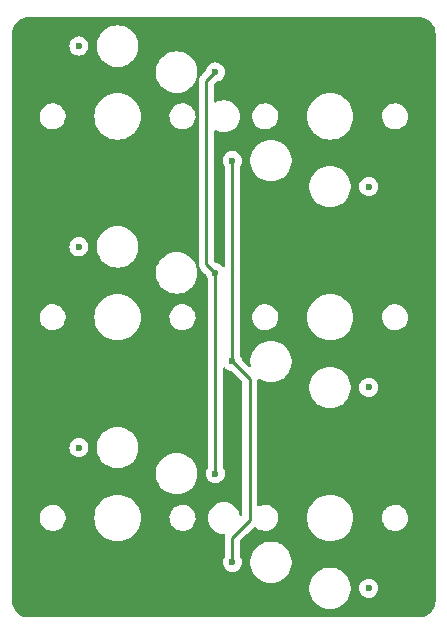
<source format=gbr>
%TF.GenerationSoftware,KiCad,Pcbnew,(7.0.0-0)*%
%TF.CreationDate,2023-02-22T17:53:04+08:00*%
%TF.ProjectId,thumb,7468756d-622e-46b6-9963-61645f706362,v1.0.0*%
%TF.SameCoordinates,Original*%
%TF.FileFunction,Copper,L1,Top*%
%TF.FilePolarity,Positive*%
%FSLAX46Y46*%
G04 Gerber Fmt 4.6, Leading zero omitted, Abs format (unit mm)*
G04 Created by KiCad (PCBNEW (7.0.0-0)) date 2023-02-22 17:53:04*
%MOMM*%
%LPD*%
G01*
G04 APERTURE LIST*
%TA.AperFunction,ComponentPad*%
%ADD10C,0.600000*%
%TD*%
%TA.AperFunction,Conductor*%
%ADD11C,0.250000*%
%TD*%
G04 APERTURE END LIST*
D10*
%TO.P,S1,3*%
%TO.N,C5R0D*%
X21275000Y28050000D03*
%TO.P,S1,4*%
%TO.N,C5*%
X9725000Y30250000D03*
%TD*%
%TO.P,S2,3*%
%TO.N,C5R1D*%
X21275000Y11050000D03*
%TO.P,S2,4*%
%TO.N,C5*%
X9725000Y13250000D03*
%TD*%
%TO.P,S3,3*%
%TO.N,C5R2D*%
X21275000Y-5950000D03*
%TO.P,S3,4*%
%TO.N,C5*%
X9725000Y-3750000D03*
%TD*%
%TO.P,S4,3*%
%TO.N,C6R0D*%
X-3275000Y39950000D03*
%TO.P,S4,4*%
%TO.N,C6*%
X8275000Y37750000D03*
%TD*%
%TO.P,S5,3*%
%TO.N,C6R1D*%
X-3275000Y22950000D03*
%TO.P,S5,4*%
%TO.N,C6*%
X8275000Y20750000D03*
%TD*%
%TO.P,S6,3*%
%TO.N,C6R2D*%
X-3275000Y5950000D03*
%TO.P,S6,4*%
%TO.N,C6*%
X8275000Y3750000D03*
%TD*%
D11*
%TO.N,C5*%
X11200000Y-200000D02*
X11200000Y11775000D01*
X9725000Y-1675000D02*
X11200000Y-200000D01*
X11200000Y11775000D02*
X9725000Y13250000D01*
X9725000Y13250000D02*
X9725000Y30250000D01*
X9725000Y-3750000D02*
X9725000Y-1675000D01*
%TO.N,C6*%
X7525000Y21500000D02*
X8275000Y20750000D01*
X8275000Y20750000D02*
X8275000Y3750000D01*
X8275000Y37750000D02*
X7525000Y37000000D01*
X7525000Y37000000D02*
X7525000Y21500000D01*
%TD*%
%TA.AperFunction,NonConductor*%
G36*
X25504854Y42424118D02*
G01*
X25713113Y42407727D01*
X25732331Y42404683D01*
X25930705Y42357058D01*
X25949211Y42351045D01*
X26137694Y42272972D01*
X26155031Y42264139D01*
X26328981Y42157543D01*
X26344722Y42146106D01*
X26499859Y42013606D01*
X26513606Y41999859D01*
X26641029Y41850665D01*
X26646106Y41844722D01*
X26657543Y41828981D01*
X26764139Y41655031D01*
X26772972Y41637694D01*
X26851045Y41449211D01*
X26857058Y41430705D01*
X26904683Y41232331D01*
X26907727Y41213113D01*
X26924118Y41004854D01*
X26924500Y40995125D01*
X26924500Y-6995125D01*
X26924118Y-7004854D01*
X26907727Y-7213113D01*
X26904683Y-7232331D01*
X26857058Y-7430705D01*
X26851045Y-7449211D01*
X26772972Y-7637694D01*
X26764139Y-7655031D01*
X26657543Y-7828981D01*
X26646105Y-7844722D01*
X26513606Y-7999859D01*
X26499859Y-8013606D01*
X26350665Y-8141029D01*
X26344722Y-8146106D01*
X26328981Y-8157543D01*
X26155031Y-8264139D01*
X26137694Y-8272972D01*
X25949211Y-8351045D01*
X25930705Y-8357058D01*
X25732331Y-8404683D01*
X25713113Y-8407727D01*
X25504854Y-8424118D01*
X25495125Y-8424500D01*
X-7495125Y-8424500D01*
X-7504854Y-8424118D01*
X-7713113Y-8407727D01*
X-7732331Y-8404683D01*
X-7930705Y-8357058D01*
X-7949211Y-8351045D01*
X-8137694Y-8272972D01*
X-8155031Y-8264138D01*
X-8328977Y-8157543D01*
X-8344719Y-8146106D01*
X-8499852Y-8013610D01*
X-8513610Y-7999852D01*
X-8646106Y-7844719D01*
X-8657543Y-7828977D01*
X-8764138Y-7655031D01*
X-8772972Y-7637694D01*
X-8851045Y-7449211D01*
X-8857058Y-7430705D01*
X-8904683Y-7232331D01*
X-8907727Y-7213113D01*
X-8924118Y-7004854D01*
X-8924500Y-6995125D01*
X-8924500Y-6081182D01*
X16249500Y-6081182D01*
X16250189Y-6085754D01*
X16250190Y-6085765D01*
X16287912Y-6336028D01*
X16287913Y-6336035D01*
X16288604Y-6340615D01*
X16289969Y-6345043D01*
X16289971Y-6345048D01*
X16364569Y-6586891D01*
X16364573Y-6586901D01*
X16365937Y-6591323D01*
X16367946Y-6595496D01*
X16367949Y-6595502D01*
X16437977Y-6740916D01*
X16479772Y-6827704D01*
X16627567Y-7044479D01*
X16806019Y-7236805D01*
X17011143Y-7400386D01*
X17238357Y-7531568D01*
X17482584Y-7627420D01*
X17738370Y-7685802D01*
X17934506Y-7700500D01*
X18063177Y-7700500D01*
X18065494Y-7700500D01*
X18261630Y-7685802D01*
X18517416Y-7627420D01*
X18761643Y-7531568D01*
X18988857Y-7400386D01*
X19193981Y-7236805D01*
X19372433Y-7044479D01*
X19520228Y-6827704D01*
X19634063Y-6591323D01*
X19711396Y-6340615D01*
X19750500Y-6081182D01*
X19750500Y-5950000D01*
X20461384Y-5950000D01*
X20462164Y-5956923D01*
X20481002Y-6124123D01*
X20481003Y-6124130D01*
X20481783Y-6131047D01*
X20541957Y-6303015D01*
X20638889Y-6457281D01*
X20767719Y-6586111D01*
X20921985Y-6683043D01*
X21093953Y-6743217D01*
X21275000Y-6763616D01*
X21456047Y-6743217D01*
X21628015Y-6683043D01*
X21782281Y-6586111D01*
X21911111Y-6457281D01*
X22008043Y-6303015D01*
X22068217Y-6131047D01*
X22088616Y-5950000D01*
X22068217Y-5768953D01*
X22008043Y-5596985D01*
X21911111Y-5442719D01*
X21782281Y-5313889D01*
X21628015Y-5216957D01*
X21621449Y-5214659D01*
X21621446Y-5214658D01*
X21462621Y-5159083D01*
X21462618Y-5159082D01*
X21456047Y-5156783D01*
X21449130Y-5156003D01*
X21449123Y-5156002D01*
X21281923Y-5137164D01*
X21275000Y-5136384D01*
X21268077Y-5137164D01*
X21100876Y-5156002D01*
X21100867Y-5156003D01*
X21093953Y-5156783D01*
X21087383Y-5159081D01*
X21087378Y-5159083D01*
X20928553Y-5214658D01*
X20928547Y-5214660D01*
X20921985Y-5216957D01*
X20916097Y-5220656D01*
X20916092Y-5220659D01*
X20773619Y-5310181D01*
X20773614Y-5310184D01*
X20767719Y-5313889D01*
X20762794Y-5318813D01*
X20762790Y-5318817D01*
X20643817Y-5437790D01*
X20643813Y-5437794D01*
X20638889Y-5442719D01*
X20635184Y-5448614D01*
X20635181Y-5448619D01*
X20545659Y-5591092D01*
X20545656Y-5591097D01*
X20541957Y-5596985D01*
X20539660Y-5603547D01*
X20539658Y-5603553D01*
X20484083Y-5762378D01*
X20484081Y-5762383D01*
X20481783Y-5768953D01*
X20481003Y-5775867D01*
X20481002Y-5775876D01*
X20475642Y-5823453D01*
X20461384Y-5950000D01*
X19750500Y-5950000D01*
X19750500Y-5818818D01*
X19711396Y-5559385D01*
X19667333Y-5416537D01*
X19635430Y-5313108D01*
X19635428Y-5313105D01*
X19634063Y-5308677D01*
X19520228Y-5072296D01*
X19372433Y-4855521D01*
X19193981Y-4663195D01*
X18988857Y-4499614D01*
X18808530Y-4395502D01*
X18765664Y-4370753D01*
X18765658Y-4370750D01*
X18761643Y-4368432D01*
X18757324Y-4366737D01*
X18757318Y-4366734D01*
X18521738Y-4274276D01*
X18521734Y-4274275D01*
X18517416Y-4272580D01*
X18512893Y-4271547D01*
X18512891Y-4271547D01*
X18266149Y-4215229D01*
X18266143Y-4215228D01*
X18261630Y-4214198D01*
X18257008Y-4213851D01*
X18257004Y-4213851D01*
X18067808Y-4199673D01*
X18067797Y-4199672D01*
X18065494Y-4199500D01*
X17934506Y-4199500D01*
X17932203Y-4199672D01*
X17932191Y-4199673D01*
X17742995Y-4213851D01*
X17742989Y-4213851D01*
X17738370Y-4214198D01*
X17733858Y-4215227D01*
X17733850Y-4215229D01*
X17487108Y-4271547D01*
X17487102Y-4271548D01*
X17482584Y-4272580D01*
X17478268Y-4274273D01*
X17478261Y-4274276D01*
X17242681Y-4366734D01*
X17242670Y-4366739D01*
X17238357Y-4368432D01*
X17234346Y-4370747D01*
X17234335Y-4370753D01*
X17015161Y-4497294D01*
X17011143Y-4499614D01*
X17007519Y-4502503D01*
X17007516Y-4502506D01*
X16809646Y-4660302D01*
X16809641Y-4660306D01*
X16806019Y-4663195D01*
X16802865Y-4666593D01*
X16802863Y-4666596D01*
X16630719Y-4852123D01*
X16630713Y-4852129D01*
X16627567Y-4855521D01*
X16624957Y-4859348D01*
X16624957Y-4859349D01*
X16501998Y-5039697D01*
X16479772Y-5072296D01*
X16477759Y-5076474D01*
X16477756Y-5076481D01*
X16367949Y-5304497D01*
X16367944Y-5304508D01*
X16365937Y-5308677D01*
X16364574Y-5313093D01*
X16364569Y-5313108D01*
X16289971Y-5554951D01*
X16289968Y-5554959D01*
X16288604Y-5559385D01*
X16287914Y-5563961D01*
X16287912Y-5563971D01*
X16250190Y-5814234D01*
X16250189Y-5814246D01*
X16249500Y-5818818D01*
X16249500Y-6081182D01*
X-8924500Y-6081182D01*
X-8924500Y52645D01*
X-6605157Y52645D01*
X-6595148Y-157459D01*
X-6545558Y-361871D01*
X-6458179Y-553205D01*
X-6336169Y-724544D01*
X-6183937Y-869697D01*
X-6006986Y-983416D01*
X-5811712Y-1061593D01*
X-5605171Y-1101400D01*
X-5450486Y-1101400D01*
X-5447532Y-1101400D01*
X-5290611Y-1086416D01*
X-5088789Y-1027156D01*
X-4901830Y-930771D01*
X-4736490Y-800747D01*
X-4705539Y-765028D01*
X-4602611Y-646243D01*
X-4602609Y-646240D01*
X-4598745Y-641781D01*
X-4493574Y-459619D01*
X-4491641Y-454035D01*
X-4491639Y-454030D01*
X-4426709Y-266427D01*
X-4426707Y-266421D01*
X-4424778Y-260846D01*
X-4423938Y-255007D01*
X-4423937Y-255001D01*
X-4395682Y-58484D01*
X-4395681Y-58478D01*
X-4394843Y-52645D01*
X-4395123Y-46760D01*
X-4395123Y-46753D01*
X-4397350Y0D01*
X-1970019Y0D01*
X-1949967Y-280363D01*
X-1890219Y-555018D01*
X-1791992Y-818375D01*
X-1657285Y-1065073D01*
X-1488841Y-1290088D01*
X-1290088Y-1488841D01*
X-1065073Y-1657285D01*
X-818375Y-1791992D01*
X-555018Y-1890219D01*
X-280363Y-1949967D01*
X-70175Y-1965000D01*
X67960Y-1965000D01*
X70175Y-1965000D01*
X280363Y-1949967D01*
X555018Y-1890219D01*
X818375Y-1791992D01*
X1065073Y-1657285D01*
X1290088Y-1488841D01*
X1488841Y-1290088D01*
X1657285Y-1065073D01*
X1791992Y-818375D01*
X1890219Y-555018D01*
X1949967Y-280363D01*
X1970019Y0D01*
X1966254Y52645D01*
X4394843Y52645D01*
X4395123Y46760D01*
X4395123Y46753D01*
X4400137Y-58484D01*
X4404852Y-157459D01*
X4423762Y-235408D01*
X4429933Y-260846D01*
X4454442Y-361871D01*
X4456895Y-367242D01*
X4456897Y-367248D01*
X4539363Y-547824D01*
X4539365Y-547828D01*
X4541821Y-553205D01*
X4545250Y-558020D01*
X4545251Y-558022D01*
X4644506Y-697406D01*
X4663831Y-724544D01*
X4816063Y-869697D01*
X4993014Y-983416D01*
X5188288Y-1061593D01*
X5394829Y-1101400D01*
X5549514Y-1101400D01*
X5552468Y-1101400D01*
X5709389Y-1086416D01*
X5911211Y-1027156D01*
X6098170Y-930771D01*
X6263510Y-800747D01*
X6401255Y-641781D01*
X6506426Y-459619D01*
X6575222Y-260846D01*
X6605157Y-52645D01*
X6595148Y157459D01*
X6545558Y361871D01*
X6458179Y553205D01*
X6336169Y724544D01*
X6183937Y869697D01*
X6006986Y983416D01*
X5811712Y1061593D01*
X5605171Y1101400D01*
X5447532Y1101400D01*
X5290611Y1086416D01*
X5088789Y1027156D01*
X4901830Y930771D01*
X4736490Y800747D01*
X4732621Y796282D01*
X4629982Y677830D01*
X4598745Y641781D01*
X4493574Y459619D01*
X4491641Y454035D01*
X4491639Y454030D01*
X4426709Y266427D01*
X4426707Y266421D01*
X4424778Y260846D01*
X4423938Y255007D01*
X4423937Y255001D01*
X4395682Y58484D01*
X4395681Y58478D01*
X4394843Y52645D01*
X1966254Y52645D01*
X1949967Y280363D01*
X1890219Y555018D01*
X1791992Y818375D01*
X1657285Y1065073D01*
X1488841Y1290088D01*
X1290088Y1488841D01*
X1065073Y1657285D01*
X818375Y1791992D01*
X555018Y1890219D01*
X280363Y1949967D01*
X70175Y1965000D01*
X-70175Y1965000D01*
X-280363Y1949967D01*
X-555018Y1890219D01*
X-818375Y1791992D01*
X-1065073Y1657285D01*
X-1290088Y1488841D01*
X-1488841Y1290088D01*
X-1657285Y1065073D01*
X-1791992Y818375D01*
X-1890219Y555018D01*
X-1949967Y280363D01*
X-1970019Y0D01*
X-4397350Y0D01*
X-4404571Y151561D01*
X-4404852Y157459D01*
X-4428828Y256291D01*
X-4453049Y356130D01*
X-4453049Y356132D01*
X-4454442Y361871D01*
X-4456895Y367242D01*
X-4456897Y367248D01*
X-4539363Y547824D01*
X-4539365Y547828D01*
X-4541821Y553205D01*
X-4663831Y724544D01*
X-4816063Y869697D01*
X-4993014Y983416D01*
X-5188288Y1061593D01*
X-5394829Y1101400D01*
X-5552468Y1101400D01*
X-5709389Y1086416D01*
X-5911211Y1027156D01*
X-6098170Y930771D01*
X-6263510Y800747D01*
X-6401255Y641781D01*
X-6506426Y459619D01*
X-6575222Y260846D01*
X-6605157Y52645D01*
X-8924500Y52645D01*
X-8924500Y3618818D01*
X3249500Y3618818D01*
X3250189Y3614246D01*
X3250190Y3614234D01*
X3287912Y3363971D01*
X3287914Y3363961D01*
X3288604Y3359385D01*
X3289968Y3354959D01*
X3289971Y3354951D01*
X3364569Y3113108D01*
X3364574Y3113093D01*
X3365937Y3108677D01*
X3367944Y3104508D01*
X3367949Y3104497D01*
X3477756Y2876481D01*
X3477759Y2876474D01*
X3479772Y2872296D01*
X3627567Y2655521D01*
X3630713Y2652129D01*
X3630719Y2652123D01*
X3802863Y2466596D01*
X3806019Y2463195D01*
X3809641Y2460306D01*
X3809646Y2460302D01*
X4007516Y2302506D01*
X4007519Y2302503D01*
X4011143Y2299614D01*
X4015159Y2297295D01*
X4015161Y2297294D01*
X4234335Y2170753D01*
X4234346Y2170747D01*
X4238357Y2168432D01*
X4242670Y2166739D01*
X4242681Y2166734D01*
X4478261Y2074276D01*
X4478268Y2074273D01*
X4482584Y2072580D01*
X4487102Y2071548D01*
X4487108Y2071547D01*
X4733850Y2015229D01*
X4733858Y2015227D01*
X4738370Y2014198D01*
X4742989Y2013851D01*
X4742995Y2013851D01*
X4932191Y1999673D01*
X4932203Y1999672D01*
X4934506Y1999500D01*
X5063177Y1999500D01*
X5065494Y1999500D01*
X5067797Y1999672D01*
X5067808Y1999673D01*
X5257004Y2013851D01*
X5257008Y2013851D01*
X5261630Y2014198D01*
X5266143Y2015228D01*
X5266149Y2015229D01*
X5512891Y2071547D01*
X5512893Y2071547D01*
X5517416Y2072580D01*
X5521734Y2074275D01*
X5521738Y2074276D01*
X5757318Y2166734D01*
X5757324Y2166737D01*
X5761643Y2168432D01*
X5765658Y2170750D01*
X5765664Y2170753D01*
X5894216Y2244973D01*
X5988857Y2299614D01*
X6193981Y2463195D01*
X6372433Y2655521D01*
X6520228Y2872296D01*
X6634063Y3108677D01*
X6711396Y3359385D01*
X6750500Y3618818D01*
X6750500Y3881182D01*
X6711396Y4140615D01*
X6634063Y4391323D01*
X6520228Y4627704D01*
X6372433Y4844479D01*
X6193981Y5036805D01*
X5988857Y5200386D01*
X5761643Y5331568D01*
X5517416Y5427420D01*
X5261630Y5485802D01*
X5065494Y5500500D01*
X4934506Y5500500D01*
X4738370Y5485802D01*
X4482584Y5427420D01*
X4238357Y5331568D01*
X4011143Y5200386D01*
X3806019Y5036805D01*
X3627567Y4844479D01*
X3479772Y4627704D01*
X3365937Y4391323D01*
X3364573Y4386901D01*
X3364569Y4386891D01*
X3289971Y4145048D01*
X3288604Y4140615D01*
X3287913Y4136035D01*
X3287912Y4136028D01*
X3250190Y3885765D01*
X3250189Y3885754D01*
X3249500Y3881182D01*
X3249500Y3618818D01*
X-8924500Y3618818D01*
X-8924500Y5950000D01*
X-4088616Y5950000D01*
X-4068217Y5768953D01*
X-4008043Y5596985D01*
X-3911111Y5442719D01*
X-3782281Y5313889D01*
X-3628015Y5216957D01*
X-3621449Y5214659D01*
X-3621446Y5214658D01*
X-3462621Y5159083D01*
X-3462618Y5159082D01*
X-3456047Y5156783D01*
X-3449130Y5156003D01*
X-3449123Y5156002D01*
X-3281923Y5137164D01*
X-3275000Y5136384D01*
X-3268077Y5137164D01*
X-3100876Y5156002D01*
X-3100867Y5156003D01*
X-3093953Y5156783D01*
X-3087383Y5159081D01*
X-3087378Y5159083D01*
X-2928553Y5214658D01*
X-2928547Y5214660D01*
X-2921985Y5216957D01*
X-2916097Y5220656D01*
X-2916092Y5220659D01*
X-2773619Y5310181D01*
X-2773614Y5310184D01*
X-2767719Y5313889D01*
X-2762794Y5318813D01*
X-2762790Y5318817D01*
X-2643817Y5437790D01*
X-2643813Y5437794D01*
X-2638889Y5442719D01*
X-2635184Y5448614D01*
X-2635181Y5448619D01*
X-2545659Y5591092D01*
X-2545656Y5591097D01*
X-2541957Y5596985D01*
X-2539660Y5603547D01*
X-2539658Y5603553D01*
X-2484083Y5762378D01*
X-2484081Y5762383D01*
X-2481783Y5768953D01*
X-2481003Y5775867D01*
X-2481002Y5775876D01*
X-2476164Y5818818D01*
X-1750500Y5818818D01*
X-1711396Y5559385D01*
X-1710028Y5554951D01*
X-1641648Y5333265D01*
X-1634063Y5308677D01*
X-1520228Y5072296D01*
X-1372433Y4855521D01*
X-1193981Y4663195D01*
X-988857Y4499614D01*
X-894216Y4444973D01*
X-765664Y4370753D01*
X-765658Y4370750D01*
X-761643Y4368432D01*
X-757324Y4366737D01*
X-757318Y4366734D01*
X-521738Y4274276D01*
X-521734Y4274275D01*
X-517416Y4272580D01*
X-512893Y4271547D01*
X-512891Y4271547D01*
X-266149Y4215229D01*
X-266143Y4215228D01*
X-261630Y4214198D01*
X-257008Y4213851D01*
X-257004Y4213851D01*
X-67808Y4199673D01*
X-67797Y4199672D01*
X-65494Y4199500D01*
X63177Y4199500D01*
X65494Y4199500D01*
X67797Y4199672D01*
X67808Y4199673D01*
X257004Y4213851D01*
X257008Y4213851D01*
X261630Y4214198D01*
X266143Y4215228D01*
X266149Y4215229D01*
X512891Y4271547D01*
X512893Y4271547D01*
X517416Y4272580D01*
X521734Y4274275D01*
X521738Y4274276D01*
X757318Y4366734D01*
X757324Y4366737D01*
X761643Y4368432D01*
X765658Y4370750D01*
X765664Y4370753D01*
X894216Y4444973D01*
X988857Y4499614D01*
X1193981Y4663195D01*
X1372433Y4855521D01*
X1520228Y5072296D01*
X1634063Y5308677D01*
X1641648Y5333265D01*
X1710028Y5554951D01*
X1711396Y5559385D01*
X1750500Y5818818D01*
X1750500Y6081182D01*
X1711396Y6340615D01*
X1634063Y6591323D01*
X1520228Y6827704D01*
X1372433Y7044479D01*
X1193981Y7236805D01*
X988857Y7400386D01*
X761643Y7531568D01*
X517416Y7627420D01*
X261630Y7685802D01*
X65494Y7700500D01*
X-65494Y7700500D01*
X-261630Y7685802D01*
X-517416Y7627420D01*
X-761643Y7531568D01*
X-988857Y7400386D01*
X-1193981Y7236805D01*
X-1372433Y7044479D01*
X-1520228Y6827704D01*
X-1634063Y6591323D01*
X-1711396Y6340615D01*
X-1750500Y6081182D01*
X-1750500Y5818818D01*
X-2476164Y5818818D01*
X-2462164Y5943077D01*
X-2461384Y5950000D01*
X-2475642Y6076547D01*
X-2481002Y6124123D01*
X-2481003Y6124130D01*
X-2481783Y6131047D01*
X-2541957Y6303015D01*
X-2638889Y6457281D01*
X-2767719Y6586111D01*
X-2921985Y6683043D01*
X-3093953Y6743217D01*
X-3275000Y6763616D01*
X-3456047Y6743217D01*
X-3628015Y6683043D01*
X-3782281Y6586111D01*
X-3911111Y6457281D01*
X-4008043Y6303015D01*
X-4068217Y6131047D01*
X-4088616Y5950000D01*
X-8924500Y5950000D01*
X-8924500Y17052645D01*
X-6605157Y17052645D01*
X-6595148Y16842541D01*
X-6545558Y16638129D01*
X-6543102Y16632751D01*
X-6498580Y16535260D01*
X-6458179Y16446795D01*
X-6336169Y16275456D01*
X-6183937Y16130303D01*
X-6006986Y16016584D01*
X-5811712Y15938407D01*
X-5805908Y15937288D01*
X-5805907Y15937288D01*
X-5610968Y15899717D01*
X-5610965Y15899716D01*
X-5605171Y15898600D01*
X-5450486Y15898600D01*
X-5447532Y15898600D01*
X-5444603Y15898879D01*
X-5444596Y15898880D01*
X-5296491Y15913022D01*
X-5296485Y15913023D01*
X-5290611Y15913584D01*
X-5284943Y15915248D01*
X-5284939Y15915249D01*
X-5094454Y15971180D01*
X-5094448Y15971182D01*
X-5088789Y15972844D01*
X-5083544Y15975547D01*
X-5083539Y15975550D01*
X-4907079Y16066522D01*
X-4907071Y16066526D01*
X-4901830Y16069229D01*
X-4897187Y16072880D01*
X-4741135Y16195599D01*
X-4741128Y16195605D01*
X-4736490Y16199253D01*
X-4732626Y16203711D01*
X-4732621Y16203717D01*
X-4602611Y16353756D01*
X-4602605Y16353763D01*
X-4598745Y16358219D01*
X-4548652Y16444982D01*
X-4496530Y16535260D01*
X-4496527Y16535264D01*
X-4493574Y16540381D01*
X-4491643Y16545960D01*
X-4491639Y16545969D01*
X-4426709Y16733572D01*
X-4426706Y16733581D01*
X-4424778Y16739154D01*
X-4423938Y16744990D01*
X-4423937Y16744998D01*
X-4395682Y16941515D01*
X-4395681Y16941521D01*
X-4394843Y16947355D01*
X-4395123Y16953239D01*
X-4395123Y16953246D01*
X-4397350Y17000000D01*
X-1970019Y17000000D01*
X-1949967Y16719637D01*
X-1890219Y16444982D01*
X-1791992Y16181625D01*
X-1657285Y15934927D01*
X-1488841Y15709912D01*
X-1290088Y15511159D01*
X-1065073Y15342715D01*
X-1061179Y15340589D01*
X-1061178Y15340588D01*
X-822264Y15210131D01*
X-822257Y15210128D01*
X-818375Y15208008D01*
X-814232Y15206462D01*
X-814226Y15206460D01*
X-559161Y15111326D01*
X-559157Y15111325D01*
X-555018Y15109781D01*
X-550692Y15108840D01*
X-284696Y15050975D01*
X-284687Y15050973D01*
X-280363Y15050033D01*
X-275949Y15049717D01*
X-275940Y15049716D01*
X-72385Y15035158D01*
X-72383Y15035157D01*
X-70175Y15035000D01*
X67960Y15035000D01*
X70175Y15035000D01*
X72383Y15035157D01*
X72385Y15035158D01*
X275940Y15049716D01*
X275949Y15049717D01*
X280363Y15050033D01*
X284687Y15050973D01*
X284696Y15050975D01*
X550692Y15108840D01*
X555018Y15109781D01*
X559157Y15111325D01*
X559161Y15111326D01*
X814226Y15206460D01*
X814232Y15206462D01*
X818375Y15208008D01*
X822257Y15210128D01*
X822264Y15210131D01*
X1061178Y15340588D01*
X1061179Y15340589D01*
X1065073Y15342715D01*
X1290088Y15511159D01*
X1488841Y15709912D01*
X1657285Y15934927D01*
X1791992Y16181625D01*
X1890219Y16444982D01*
X1949967Y16719637D01*
X1970019Y17000000D01*
X1966254Y17052645D01*
X4394843Y17052645D01*
X4395123Y17046760D01*
X4395123Y17046753D01*
X4400137Y16941515D01*
X4404852Y16842541D01*
X4406243Y16836803D01*
X4406244Y16836803D01*
X4435719Y16715303D01*
X4454442Y16638129D01*
X4456893Y16632760D01*
X4456897Y16632751D01*
X4539363Y16452175D01*
X4539367Y16452166D01*
X4541821Y16446795D01*
X4545247Y16441983D01*
X4545251Y16441977D01*
X4660400Y16280273D01*
X4660404Y16280267D01*
X4663831Y16275456D01*
X4668104Y16271381D01*
X4668109Y16271376D01*
X4811791Y16134376D01*
X4816063Y16130303D01*
X4821026Y16127113D01*
X4821028Y16127112D01*
X4988043Y16019778D01*
X4988048Y16019775D01*
X4993014Y16016584D01*
X4998498Y16014388D01*
X4998501Y16014387D01*
X5182799Y15940604D01*
X5182803Y15940602D01*
X5188288Y15938407D01*
X5194088Y15937289D01*
X5194092Y15937288D01*
X5389031Y15899717D01*
X5389035Y15899716D01*
X5394829Y15898600D01*
X5549514Y15898600D01*
X5552468Y15898600D01*
X5555397Y15898879D01*
X5555403Y15898880D01*
X5703508Y15913022D01*
X5703512Y15913022D01*
X5709389Y15913584D01*
X5715058Y15915248D01*
X5715060Y15915249D01*
X5905545Y15971180D01*
X5905548Y15971181D01*
X5911211Y15972844D01*
X5916460Y15975550D01*
X6092920Y16066522D01*
X6092923Y16066524D01*
X6098170Y16069229D01*
X6193723Y16144372D01*
X6258864Y16195599D01*
X6258866Y16195601D01*
X6263510Y16199253D01*
X6401255Y16358219D01*
X6506426Y16540381D01*
X6575222Y16739154D01*
X6605157Y16947355D01*
X6595148Y17157459D01*
X6545558Y17361871D01*
X6458179Y17553205D01*
X6336169Y17724544D01*
X6183937Y17869697D01*
X6006986Y17983416D01*
X5811712Y18061593D01*
X5605171Y18101400D01*
X5447532Y18101400D01*
X5290611Y18086416D01*
X5088789Y18027156D01*
X4901830Y17930771D01*
X4736490Y17800747D01*
X4732621Y17796282D01*
X4670460Y17724544D01*
X4598745Y17641781D01*
X4493574Y17459619D01*
X4491641Y17454035D01*
X4491639Y17454030D01*
X4426709Y17266427D01*
X4426707Y17266421D01*
X4424778Y17260846D01*
X4423938Y17255007D01*
X4423937Y17255001D01*
X4395682Y17058484D01*
X4395681Y17058478D01*
X4394843Y17052645D01*
X1966254Y17052645D01*
X1949967Y17280363D01*
X1890219Y17555018D01*
X1791992Y17818375D01*
X1657285Y18065073D01*
X1488841Y18290088D01*
X1290088Y18488841D01*
X1065073Y18657285D01*
X818375Y18791992D01*
X555018Y18890219D01*
X280363Y18949967D01*
X70175Y18965000D01*
X-70175Y18965000D01*
X-280363Y18949967D01*
X-555018Y18890219D01*
X-818375Y18791992D01*
X-1065073Y18657285D01*
X-1290088Y18488841D01*
X-1488841Y18290088D01*
X-1657285Y18065073D01*
X-1791992Y17818375D01*
X-1890219Y17555018D01*
X-1949967Y17280363D01*
X-1970019Y17000000D01*
X-4397350Y17000000D01*
X-4404571Y17151561D01*
X-4404852Y17157459D01*
X-4428516Y17255001D01*
X-4453049Y17356130D01*
X-4453049Y17356132D01*
X-4454442Y17361871D01*
X-4456895Y17367242D01*
X-4456897Y17367248D01*
X-4539363Y17547824D01*
X-4539365Y17547828D01*
X-4541821Y17553205D01*
X-4663831Y17724544D01*
X-4816063Y17869697D01*
X-4993014Y17983416D01*
X-5188288Y18061593D01*
X-5394829Y18101400D01*
X-5552468Y18101400D01*
X-5709389Y18086416D01*
X-5911211Y18027156D01*
X-6098170Y17930771D01*
X-6263510Y17800747D01*
X-6401255Y17641781D01*
X-6506426Y17459619D01*
X-6575222Y17260846D01*
X-6605157Y17052645D01*
X-8924500Y17052645D01*
X-8924500Y20618818D01*
X3249500Y20618818D01*
X3250189Y20614246D01*
X3250190Y20614234D01*
X3287912Y20363971D01*
X3287914Y20363961D01*
X3288604Y20359385D01*
X3289968Y20354959D01*
X3289971Y20354951D01*
X3364569Y20113108D01*
X3364574Y20113093D01*
X3365937Y20108677D01*
X3367944Y20104508D01*
X3367949Y20104497D01*
X3477756Y19876481D01*
X3477759Y19876474D01*
X3479772Y19872296D01*
X3627567Y19655521D01*
X3630713Y19652129D01*
X3630719Y19652123D01*
X3802863Y19466596D01*
X3806019Y19463195D01*
X3809641Y19460306D01*
X3809646Y19460302D01*
X4007516Y19302506D01*
X4007519Y19302503D01*
X4011143Y19299614D01*
X4015159Y19297295D01*
X4015161Y19297294D01*
X4234335Y19170753D01*
X4234346Y19170747D01*
X4238357Y19168432D01*
X4242670Y19166739D01*
X4242681Y19166734D01*
X4478261Y19074276D01*
X4478268Y19074273D01*
X4482584Y19072580D01*
X4487102Y19071548D01*
X4487108Y19071547D01*
X4733850Y19015229D01*
X4733858Y19015227D01*
X4738370Y19014198D01*
X4742989Y19013851D01*
X4742995Y19013851D01*
X4932191Y18999673D01*
X4932203Y18999672D01*
X4934506Y18999500D01*
X5063177Y18999500D01*
X5065494Y18999500D01*
X5067797Y18999672D01*
X5067808Y18999673D01*
X5257004Y19013851D01*
X5257008Y19013851D01*
X5261630Y19014198D01*
X5266143Y19015228D01*
X5266149Y19015229D01*
X5512891Y19071547D01*
X5512893Y19071547D01*
X5517416Y19072580D01*
X5521734Y19074275D01*
X5521738Y19074276D01*
X5757318Y19166734D01*
X5757324Y19166737D01*
X5761643Y19168432D01*
X5765658Y19170750D01*
X5765664Y19170753D01*
X5894216Y19244973D01*
X5988857Y19299614D01*
X6193981Y19463195D01*
X6372433Y19655521D01*
X6520228Y19872296D01*
X6634063Y20108677D01*
X6711396Y20359385D01*
X6750500Y20618818D01*
X6750500Y20881182D01*
X6711396Y21140615D01*
X6682406Y21234595D01*
X6681060Y21265246D01*
X6664611Y21292287D01*
X6663907Y21294569D01*
X6634063Y21391323D01*
X6520228Y21627704D01*
X6372433Y21844479D01*
X6193981Y22036805D01*
X5988857Y22200386D01*
X5761643Y22331568D01*
X5517416Y22427420D01*
X5261630Y22485802D01*
X5065494Y22500500D01*
X4934506Y22500500D01*
X4738370Y22485802D01*
X4482584Y22427420D01*
X4238357Y22331568D01*
X4011143Y22200386D01*
X3806019Y22036805D01*
X3627567Y21844479D01*
X3479772Y21627704D01*
X3477756Y21623519D01*
X3477756Y21623518D01*
X3394310Y21450240D01*
X3365937Y21391323D01*
X3364573Y21386901D01*
X3364569Y21386891D01*
X3290504Y21146776D01*
X3288604Y21140615D01*
X3287913Y21136035D01*
X3287912Y21136028D01*
X3250190Y20885765D01*
X3250189Y20885754D01*
X3249500Y20881182D01*
X3249500Y20618818D01*
X-8924500Y20618818D01*
X-8924500Y22950000D01*
X-4088616Y22950000D01*
X-4068217Y22768953D01*
X-4008043Y22596985D01*
X-3911111Y22442719D01*
X-3782281Y22313889D01*
X-3628015Y22216957D01*
X-3621449Y22214659D01*
X-3621446Y22214658D01*
X-3462621Y22159083D01*
X-3462618Y22159082D01*
X-3456047Y22156783D01*
X-3449130Y22156003D01*
X-3449123Y22156002D01*
X-3281923Y22137164D01*
X-3275000Y22136384D01*
X-3268077Y22137164D01*
X-3100876Y22156002D01*
X-3100867Y22156003D01*
X-3093953Y22156783D01*
X-3087383Y22159081D01*
X-3087378Y22159083D01*
X-2928553Y22214658D01*
X-2928547Y22214660D01*
X-2921985Y22216957D01*
X-2916097Y22220656D01*
X-2916092Y22220659D01*
X-2773619Y22310181D01*
X-2773614Y22310184D01*
X-2767719Y22313889D01*
X-2762794Y22318813D01*
X-2762790Y22318817D01*
X-2643817Y22437790D01*
X-2643813Y22437794D01*
X-2638889Y22442719D01*
X-2635184Y22448614D01*
X-2635181Y22448619D01*
X-2545659Y22591092D01*
X-2545656Y22591097D01*
X-2541957Y22596985D01*
X-2539660Y22603547D01*
X-2539658Y22603553D01*
X-2484083Y22762378D01*
X-2484081Y22762383D01*
X-2481783Y22768953D01*
X-2481003Y22775867D01*
X-2481002Y22775876D01*
X-2476164Y22818818D01*
X-1750500Y22818818D01*
X-1711396Y22559385D01*
X-1710028Y22554951D01*
X-1641648Y22333265D01*
X-1634063Y22308677D01*
X-1520228Y22072296D01*
X-1372433Y21855521D01*
X-1193981Y21663195D01*
X-988857Y21499614D01*
X-964135Y21485341D01*
X-765664Y21370753D01*
X-765658Y21370750D01*
X-761643Y21368432D01*
X-757324Y21366737D01*
X-757318Y21366734D01*
X-521738Y21274276D01*
X-521734Y21274275D01*
X-517416Y21272580D01*
X-512893Y21271547D01*
X-512891Y21271547D01*
X-266149Y21215229D01*
X-266143Y21215228D01*
X-261630Y21214198D01*
X-257008Y21213851D01*
X-257004Y21213851D01*
X-67808Y21199673D01*
X-67797Y21199672D01*
X-65494Y21199500D01*
X63177Y21199500D01*
X65494Y21199500D01*
X67797Y21199672D01*
X67808Y21199673D01*
X257004Y21213851D01*
X257008Y21213851D01*
X261630Y21214198D01*
X266143Y21215228D01*
X266149Y21215229D01*
X512891Y21271547D01*
X512893Y21271547D01*
X517416Y21272580D01*
X521734Y21274275D01*
X521738Y21274276D01*
X757318Y21366734D01*
X757324Y21366737D01*
X761643Y21368432D01*
X765658Y21370750D01*
X765664Y21370753D01*
X964135Y21485341D01*
X988857Y21499614D01*
X1193981Y21663195D01*
X1372433Y21855521D01*
X1520228Y22072296D01*
X1634063Y22308677D01*
X1641648Y22333265D01*
X1710028Y22554951D01*
X1711396Y22559385D01*
X1750500Y22818818D01*
X1750500Y23081182D01*
X1711396Y23340615D01*
X1634063Y23591323D01*
X1520228Y23827704D01*
X1372433Y24044479D01*
X1193981Y24236805D01*
X988857Y24400386D01*
X761643Y24531568D01*
X517416Y24627420D01*
X261630Y24685802D01*
X65494Y24700500D01*
X-65494Y24700500D01*
X-261630Y24685802D01*
X-517416Y24627420D01*
X-761643Y24531568D01*
X-988857Y24400386D01*
X-1193981Y24236805D01*
X-1372433Y24044479D01*
X-1520228Y23827704D01*
X-1634063Y23591323D01*
X-1711396Y23340615D01*
X-1750500Y23081182D01*
X-1750500Y22818818D01*
X-2476164Y22818818D01*
X-2462164Y22943077D01*
X-2461384Y22950000D01*
X-2475642Y23076547D01*
X-2481002Y23124123D01*
X-2481003Y23124130D01*
X-2481783Y23131047D01*
X-2541957Y23303015D01*
X-2638889Y23457281D01*
X-2767719Y23586111D01*
X-2921985Y23683043D01*
X-3093953Y23743217D01*
X-3275000Y23763616D01*
X-3456047Y23743217D01*
X-3628015Y23683043D01*
X-3782281Y23586111D01*
X-3911111Y23457281D01*
X-4008043Y23303015D01*
X-4068217Y23131047D01*
X-4088616Y22950000D01*
X-8924500Y22950000D01*
X-8924500Y34052645D01*
X-6605157Y34052645D01*
X-6595148Y33842541D01*
X-6545558Y33638129D01*
X-6543102Y33632751D01*
X-6498580Y33535260D01*
X-6458179Y33446795D01*
X-6336169Y33275456D01*
X-6183937Y33130303D01*
X-6006986Y33016584D01*
X-6001498Y33014387D01*
X-5878972Y32965334D01*
X-5811712Y32938407D01*
X-5805908Y32937288D01*
X-5805907Y32937288D01*
X-5610968Y32899717D01*
X-5610965Y32899716D01*
X-5605171Y32898600D01*
X-5450486Y32898600D01*
X-5447532Y32898600D01*
X-5444603Y32898879D01*
X-5444596Y32898880D01*
X-5296491Y32913022D01*
X-5296485Y32913023D01*
X-5290611Y32913584D01*
X-5284943Y32915248D01*
X-5284939Y32915249D01*
X-5094454Y32971180D01*
X-5094448Y32971182D01*
X-5088789Y32972844D01*
X-5083544Y32975547D01*
X-5083539Y32975550D01*
X-4907079Y33066522D01*
X-4907071Y33066526D01*
X-4901830Y33069229D01*
X-4897187Y33072880D01*
X-4741135Y33195599D01*
X-4741128Y33195605D01*
X-4736490Y33199253D01*
X-4732626Y33203711D01*
X-4732621Y33203717D01*
X-4602611Y33353756D01*
X-4602605Y33353763D01*
X-4598745Y33358219D01*
X-4548652Y33444982D01*
X-4496530Y33535260D01*
X-4496527Y33535264D01*
X-4493574Y33540381D01*
X-4491643Y33545960D01*
X-4491639Y33545969D01*
X-4426709Y33733572D01*
X-4426706Y33733581D01*
X-4424778Y33739154D01*
X-4423938Y33744990D01*
X-4423937Y33744998D01*
X-4395682Y33941515D01*
X-4395681Y33941521D01*
X-4394843Y33947355D01*
X-4395123Y33953239D01*
X-4395123Y33953246D01*
X-4397350Y34000000D01*
X-1970019Y34000000D01*
X-1949967Y33719637D01*
X-1890219Y33444982D01*
X-1791992Y33181625D01*
X-1657285Y32934927D01*
X-1488841Y32709912D01*
X-1290088Y32511159D01*
X-1065073Y32342715D01*
X-1061179Y32340589D01*
X-1061178Y32340588D01*
X-822264Y32210131D01*
X-822257Y32210128D01*
X-818375Y32208008D01*
X-814232Y32206462D01*
X-814226Y32206460D01*
X-559161Y32111326D01*
X-559157Y32111325D01*
X-555018Y32109781D01*
X-550692Y32108840D01*
X-284696Y32050975D01*
X-284687Y32050973D01*
X-280363Y32050033D01*
X-275949Y32049717D01*
X-275940Y32049716D01*
X-72385Y32035158D01*
X-72383Y32035157D01*
X-70175Y32035000D01*
X67960Y32035000D01*
X70175Y32035000D01*
X72383Y32035157D01*
X72385Y32035158D01*
X275940Y32049716D01*
X275949Y32049717D01*
X280363Y32050033D01*
X284687Y32050973D01*
X284696Y32050975D01*
X550692Y32108840D01*
X555018Y32109781D01*
X559157Y32111325D01*
X559161Y32111326D01*
X814226Y32206460D01*
X814232Y32206462D01*
X818375Y32208008D01*
X822257Y32210128D01*
X822264Y32210131D01*
X1061178Y32340588D01*
X1061179Y32340589D01*
X1065073Y32342715D01*
X1290088Y32511159D01*
X1488841Y32709912D01*
X1657285Y32934927D01*
X1791992Y33181625D01*
X1890219Y33444982D01*
X1949967Y33719637D01*
X1970019Y34000000D01*
X1966254Y34052645D01*
X4394843Y34052645D01*
X4395123Y34046760D01*
X4395123Y34046753D01*
X4400137Y33941515D01*
X4404852Y33842541D01*
X4406243Y33836803D01*
X4406244Y33836803D01*
X4435719Y33715303D01*
X4454442Y33638129D01*
X4456893Y33632760D01*
X4456897Y33632751D01*
X4539363Y33452175D01*
X4539367Y33452166D01*
X4541821Y33446795D01*
X4545247Y33441983D01*
X4545251Y33441977D01*
X4660400Y33280273D01*
X4660404Y33280267D01*
X4663831Y33275456D01*
X4668104Y33271381D01*
X4668109Y33271376D01*
X4811791Y33134376D01*
X4816063Y33130303D01*
X4821026Y33127113D01*
X4821028Y33127112D01*
X4988043Y33019778D01*
X4988048Y33019775D01*
X4993014Y33016584D01*
X4998498Y33014388D01*
X4998501Y33014387D01*
X5182799Y32940604D01*
X5182803Y32940602D01*
X5188288Y32938407D01*
X5194088Y32937289D01*
X5194092Y32937288D01*
X5389031Y32899717D01*
X5389035Y32899716D01*
X5394829Y32898600D01*
X5549514Y32898600D01*
X5552468Y32898600D01*
X5555397Y32898879D01*
X5555403Y32898880D01*
X5703508Y32913022D01*
X5703512Y32913022D01*
X5709389Y32913584D01*
X5715058Y32915248D01*
X5715060Y32915249D01*
X5905545Y32971180D01*
X5905548Y32971181D01*
X5911211Y32972844D01*
X5916460Y32975550D01*
X6092920Y33066522D01*
X6092923Y33066524D01*
X6098170Y33069229D01*
X6193723Y33144372D01*
X6258864Y33195599D01*
X6258866Y33195601D01*
X6263510Y33199253D01*
X6401255Y33358219D01*
X6506426Y33540381D01*
X6575222Y33739154D01*
X6605157Y33947355D01*
X6595148Y34157459D01*
X6545558Y34361871D01*
X6458179Y34553205D01*
X6336169Y34724544D01*
X6183937Y34869697D01*
X6006986Y34983416D01*
X5811712Y35061593D01*
X5605171Y35101400D01*
X5447532Y35101400D01*
X5290611Y35086416D01*
X5088789Y35027156D01*
X4901830Y34930771D01*
X4736490Y34800747D01*
X4732621Y34796282D01*
X4670460Y34724544D01*
X4598745Y34641781D01*
X4493574Y34459619D01*
X4491641Y34454035D01*
X4491639Y34454030D01*
X4426709Y34266427D01*
X4426707Y34266421D01*
X4424778Y34260846D01*
X4423938Y34255007D01*
X4423937Y34255001D01*
X4395682Y34058484D01*
X4395681Y34058478D01*
X4394843Y34052645D01*
X1966254Y34052645D01*
X1949967Y34280363D01*
X1890219Y34555018D01*
X1791992Y34818375D01*
X1657285Y35065073D01*
X1488841Y35290088D01*
X1290088Y35488841D01*
X1065073Y35657285D01*
X818375Y35791992D01*
X555018Y35890219D01*
X280363Y35949967D01*
X70175Y35965000D01*
X-70175Y35965000D01*
X-280363Y35949967D01*
X-555018Y35890219D01*
X-818375Y35791992D01*
X-1065073Y35657285D01*
X-1290088Y35488841D01*
X-1488841Y35290088D01*
X-1657285Y35065073D01*
X-1791992Y34818375D01*
X-1890219Y34555018D01*
X-1949967Y34280363D01*
X-1970019Y34000000D01*
X-4397350Y34000000D01*
X-4404571Y34151561D01*
X-4404852Y34157459D01*
X-4428516Y34255001D01*
X-4453049Y34356130D01*
X-4453049Y34356132D01*
X-4454442Y34361871D01*
X-4456895Y34367242D01*
X-4456897Y34367248D01*
X-4539363Y34547824D01*
X-4539365Y34547828D01*
X-4541821Y34553205D01*
X-4663831Y34724544D01*
X-4816063Y34869697D01*
X-4993014Y34983416D01*
X-5188288Y35061593D01*
X-5394829Y35101400D01*
X-5552468Y35101400D01*
X-5709389Y35086416D01*
X-5911211Y35027156D01*
X-6098170Y34930771D01*
X-6263510Y34800747D01*
X-6401255Y34641781D01*
X-6506426Y34459619D01*
X-6575222Y34260846D01*
X-6605157Y34052645D01*
X-8924500Y34052645D01*
X-8924500Y37618818D01*
X3249500Y37618818D01*
X3250189Y37614246D01*
X3250190Y37614234D01*
X3287912Y37363971D01*
X3287914Y37363961D01*
X3288604Y37359385D01*
X3289968Y37354959D01*
X3289971Y37354951D01*
X3364569Y37113108D01*
X3364574Y37113093D01*
X3365937Y37108677D01*
X3367944Y37104508D01*
X3367949Y37104497D01*
X3477756Y36876481D01*
X3477759Y36876474D01*
X3479772Y36872296D01*
X3627567Y36655521D01*
X3630713Y36652129D01*
X3630719Y36652123D01*
X3802863Y36466596D01*
X3806019Y36463195D01*
X3809641Y36460306D01*
X3809646Y36460302D01*
X4007516Y36302506D01*
X4007519Y36302503D01*
X4011143Y36299614D01*
X4015159Y36297295D01*
X4015161Y36297294D01*
X4234335Y36170753D01*
X4234346Y36170747D01*
X4238357Y36168432D01*
X4242670Y36166739D01*
X4242681Y36166734D01*
X4478261Y36074276D01*
X4478268Y36074273D01*
X4482584Y36072580D01*
X4487102Y36071548D01*
X4487108Y36071547D01*
X4733850Y36015229D01*
X4733858Y36015227D01*
X4738370Y36014198D01*
X4742989Y36013851D01*
X4742995Y36013851D01*
X4932191Y35999673D01*
X4932203Y35999672D01*
X4934506Y35999500D01*
X5063177Y35999500D01*
X5065494Y35999500D01*
X5067797Y35999672D01*
X5067808Y35999673D01*
X5257004Y36013851D01*
X5257008Y36013851D01*
X5261630Y36014198D01*
X5266143Y36015228D01*
X5266149Y36015229D01*
X5512891Y36071547D01*
X5512893Y36071547D01*
X5517416Y36072580D01*
X5521734Y36074275D01*
X5521738Y36074276D01*
X5757318Y36166734D01*
X5757324Y36166737D01*
X5761643Y36168432D01*
X5765658Y36170750D01*
X5765664Y36170753D01*
X5894216Y36244973D01*
X5988857Y36299614D01*
X6193981Y36463195D01*
X6372433Y36655521D01*
X6520228Y36872296D01*
X6591386Y37020057D01*
X6886780Y37020057D01*
X6887514Y37012291D01*
X6887514Y37012288D01*
X6890950Y36975942D01*
X6891500Y36964273D01*
X6891500Y21578846D01*
X6890968Y21567562D01*
X6889298Y21560091D01*
X6889543Y21552293D01*
X6889543Y21552292D01*
X6891439Y21491983D01*
X6891500Y21488087D01*
X6891500Y21460144D01*
X6891988Y21456277D01*
X6891989Y21456268D01*
X6892019Y21456032D01*
X6892934Y21444406D01*
X6894081Y21407904D01*
X6894082Y21407896D01*
X6894327Y21400111D01*
X6896500Y21392629D01*
X6896502Y21392620D01*
X6900022Y21380506D01*
X6903968Y21361452D01*
X6906125Y21344374D01*
X6904673Y21332508D01*
X6916192Y21316786D01*
X6922838Y21299998D01*
X6926619Y21288955D01*
X6936803Y21253902D01*
X6936807Y21253892D01*
X6938982Y21246407D01*
X6942951Y21239694D01*
X6942953Y21239691D01*
X6949374Y21228834D01*
X6957929Y21211370D01*
X6962575Y21199636D01*
X6962578Y21199629D01*
X6965448Y21192383D01*
X6970027Y21186079D01*
X6970034Y21186068D01*
X6991491Y21156534D01*
X6997901Y21146776D01*
X7016483Y21115355D01*
X7016493Y21115341D01*
X7020458Y21108638D01*
X7025973Y21103122D01*
X7025976Y21103119D01*
X7034897Y21094197D01*
X7047523Y21079414D01*
X7054940Y21069206D01*
X7054944Y21069200D01*
X7059528Y21062893D01*
X7065530Y21057926D01*
X7065542Y21057915D01*
X7093673Y21034643D01*
X7102311Y21026783D01*
X7441151Y20687943D01*
X7465190Y20654065D01*
X7476690Y20614148D01*
X7481003Y20575868D01*
X7481004Y20575861D01*
X7481783Y20568953D01*
X7484080Y20562386D01*
X7484081Y20562385D01*
X7539658Y20403553D01*
X7539660Y20403547D01*
X7541957Y20396985D01*
X7545656Y20391097D01*
X7545659Y20391092D01*
X7622494Y20268811D01*
X7641500Y20202839D01*
X7641500Y4297161D01*
X7622494Y4231189D01*
X7562700Y4136028D01*
X7541957Y4103015D01*
X7481783Y3931047D01*
X7481003Y3924130D01*
X7481002Y3924123D01*
X7475642Y3876547D01*
X7461384Y3750000D01*
X7462164Y3743077D01*
X7481002Y3575876D01*
X7481003Y3575867D01*
X7481783Y3568953D01*
X7484081Y3562383D01*
X7484083Y3562378D01*
X7539658Y3403553D01*
X7539660Y3403547D01*
X7541957Y3396985D01*
X7545656Y3391097D01*
X7545659Y3391092D01*
X7635181Y3248619D01*
X7635184Y3248614D01*
X7638889Y3242719D01*
X7643813Y3237794D01*
X7643817Y3237790D01*
X7762790Y3118817D01*
X7762794Y3118813D01*
X7767719Y3113889D01*
X7773614Y3110184D01*
X7773619Y3110181D01*
X7916092Y3020659D01*
X7916097Y3020656D01*
X7921985Y3016957D01*
X7928547Y3014660D01*
X7928553Y3014658D01*
X8087378Y2959083D01*
X8087383Y2959081D01*
X8093953Y2956783D01*
X8100867Y2956003D01*
X8100876Y2956002D01*
X8268077Y2937164D01*
X8275000Y2936384D01*
X8281923Y2937164D01*
X8449123Y2956002D01*
X8449130Y2956003D01*
X8456047Y2956783D01*
X8462618Y2959082D01*
X8462621Y2959083D01*
X8621446Y3014658D01*
X8621449Y3014659D01*
X8628015Y3016957D01*
X8782281Y3113889D01*
X8911111Y3242719D01*
X9008043Y3396985D01*
X9068217Y3568953D01*
X9088616Y3750000D01*
X9068217Y3931047D01*
X9008043Y4103015D01*
X8927506Y4231189D01*
X8908500Y4297161D01*
X8908500Y12623746D01*
X8922015Y12680041D01*
X8959615Y12724064D01*
X9013102Y12746219D01*
X9070818Y12741677D01*
X9120181Y12711427D01*
X9212790Y12618817D01*
X9212794Y12618813D01*
X9217719Y12613889D01*
X9223614Y12610184D01*
X9223619Y12610181D01*
X9366092Y12520659D01*
X9366097Y12520656D01*
X9371985Y12516957D01*
X9378547Y12514660D01*
X9378553Y12514658D01*
X9537385Y12459081D01*
X9537386Y12459080D01*
X9543953Y12456783D01*
X9550861Y12456004D01*
X9550868Y12456003D01*
X9589147Y12451690D01*
X9629064Y12440190D01*
X9662942Y12416151D01*
X10530181Y11548914D01*
X10557061Y11508686D01*
X10566500Y11461233D01*
X10566500Y313548D01*
X10552489Y256291D01*
X10513623Y211973D01*
X10458685Y190609D01*
X10400089Y197026D01*
X10351077Y229775D01*
X10322725Y281455D01*
X10275305Y458430D01*
X10273903Y463663D01*
X10174035Y677829D01*
X10038495Y871401D01*
X9871401Y1038495D01*
X9677829Y1174035D01*
X9463663Y1273903D01*
X9235408Y1335063D01*
X9058966Y1350500D01*
X8941034Y1350500D01*
X8764592Y1335063D01*
X8536337Y1273903D01*
X8322171Y1174035D01*
X8128599Y1038495D01*
X7961505Y871401D01*
X7958402Y866970D01*
X7958399Y866966D01*
X7829066Y682259D01*
X7825965Y677830D01*
X7823681Y672933D01*
X7823678Y672927D01*
X7767851Y553205D01*
X7726097Y463663D01*
X7724697Y458438D01*
X7724694Y458430D01*
X7670187Y255001D01*
X7664937Y235408D01*
X7664465Y230020D01*
X7664465Y230017D01*
X7658619Y163196D01*
X7644341Y0D01*
X7664937Y-235408D01*
X7666336Y-240630D01*
X7666337Y-240634D01*
X7724694Y-458430D01*
X7724697Y-458438D01*
X7726097Y-463663D01*
X7825965Y-677829D01*
X7829072Y-682266D01*
X7829073Y-682268D01*
X7839673Y-697406D01*
X7961505Y-871401D01*
X8128599Y-1038495D01*
X8322171Y-1174035D01*
X8536337Y-1273903D01*
X8764592Y-1335063D01*
X8941034Y-1350500D01*
X8943742Y-1350500D01*
X8990205Y-1350500D01*
X9045632Y-1363577D01*
X9089368Y-1400051D01*
X9112188Y-1452228D01*
X9109920Y-1496556D01*
X9111819Y-1496857D01*
X9104888Y-1540611D01*
X9102520Y-1552045D01*
X9093438Y-1587417D01*
X9093436Y-1587426D01*
X9091500Y-1594970D01*
X9091500Y-1602766D01*
X9091500Y-1615385D01*
X9089972Y-1634783D01*
X9086780Y-1654943D01*
X9087514Y-1662708D01*
X9087514Y-1662711D01*
X9090950Y-1699058D01*
X9091500Y-1710727D01*
X9091500Y-3202839D01*
X9072494Y-3268811D01*
X8995659Y-3391092D01*
X8995656Y-3391097D01*
X8991957Y-3396985D01*
X8989660Y-3403547D01*
X8989658Y-3403553D01*
X8934083Y-3562378D01*
X8934081Y-3562383D01*
X8931783Y-3568953D01*
X8931003Y-3575867D01*
X8931002Y-3575876D01*
X8925642Y-3623453D01*
X8911384Y-3750000D01*
X8912164Y-3756923D01*
X8931002Y-3924123D01*
X8931003Y-3924130D01*
X8931783Y-3931047D01*
X8991957Y-4103015D01*
X9088889Y-4257281D01*
X9217719Y-4386111D01*
X9371985Y-4483043D01*
X9543953Y-4543217D01*
X9725000Y-4563616D01*
X9906047Y-4543217D01*
X10078015Y-4483043D01*
X10232281Y-4386111D01*
X10361111Y-4257281D01*
X10458043Y-4103015D01*
X10518217Y-3931047D01*
X10523835Y-3881182D01*
X11249500Y-3881182D01*
X11250189Y-3885754D01*
X11250190Y-3885765D01*
X11287912Y-4136028D01*
X11287913Y-4136035D01*
X11288604Y-4140615D01*
X11289969Y-4145043D01*
X11289971Y-4145048D01*
X11364569Y-4386891D01*
X11364573Y-4386901D01*
X11365937Y-4391323D01*
X11367946Y-4395496D01*
X11367949Y-4395502D01*
X11416970Y-4497294D01*
X11479772Y-4627704D01*
X11627567Y-4844479D01*
X11806019Y-5036805D01*
X12011143Y-5200386D01*
X12238357Y-5331568D01*
X12482584Y-5427420D01*
X12738370Y-5485802D01*
X12934506Y-5500500D01*
X13063177Y-5500500D01*
X13065494Y-5500500D01*
X13261630Y-5485802D01*
X13517416Y-5427420D01*
X13761643Y-5331568D01*
X13988857Y-5200386D01*
X14193981Y-5036805D01*
X14372433Y-4844479D01*
X14520228Y-4627704D01*
X14634063Y-4391323D01*
X14711396Y-4140615D01*
X14750500Y-3881182D01*
X14750500Y-3618818D01*
X14711396Y-3359385D01*
X14634063Y-3108677D01*
X14520228Y-2872296D01*
X14372433Y-2655521D01*
X14193981Y-2463195D01*
X13988857Y-2299614D01*
X13894216Y-2244973D01*
X13765664Y-2170753D01*
X13765658Y-2170750D01*
X13761643Y-2168432D01*
X13757324Y-2166737D01*
X13757318Y-2166734D01*
X13521738Y-2074276D01*
X13521734Y-2074275D01*
X13517416Y-2072580D01*
X13512893Y-2071547D01*
X13512891Y-2071547D01*
X13266149Y-2015229D01*
X13266143Y-2015228D01*
X13261630Y-2014198D01*
X13257008Y-2013851D01*
X13257004Y-2013851D01*
X13067808Y-1999673D01*
X13067797Y-1999672D01*
X13065494Y-1999500D01*
X12934506Y-1999500D01*
X12932203Y-1999672D01*
X12932191Y-1999673D01*
X12742995Y-2013851D01*
X12742989Y-2013851D01*
X12738370Y-2014198D01*
X12733858Y-2015227D01*
X12733850Y-2015229D01*
X12487108Y-2071547D01*
X12487102Y-2071548D01*
X12482584Y-2072580D01*
X12478268Y-2074273D01*
X12478261Y-2074276D01*
X12242681Y-2166734D01*
X12242670Y-2166739D01*
X12238357Y-2168432D01*
X12234346Y-2170747D01*
X12234335Y-2170753D01*
X12015161Y-2297294D01*
X12011143Y-2299614D01*
X12007519Y-2302503D01*
X12007516Y-2302506D01*
X11809646Y-2460302D01*
X11809641Y-2460306D01*
X11806019Y-2463195D01*
X11802865Y-2466593D01*
X11802863Y-2466596D01*
X11630719Y-2652123D01*
X11630713Y-2652129D01*
X11627567Y-2655521D01*
X11479772Y-2872296D01*
X11477759Y-2876474D01*
X11477756Y-2876481D01*
X11367949Y-3104497D01*
X11367944Y-3104508D01*
X11365937Y-3108677D01*
X11364574Y-3113093D01*
X11364569Y-3113108D01*
X11289971Y-3354951D01*
X11289968Y-3354959D01*
X11288604Y-3359385D01*
X11287914Y-3363961D01*
X11287912Y-3363971D01*
X11250190Y-3614234D01*
X11250189Y-3614246D01*
X11249500Y-3618818D01*
X11249500Y-3881182D01*
X10523835Y-3881182D01*
X10538616Y-3750000D01*
X10518217Y-3568953D01*
X10458043Y-3396985D01*
X10377506Y-3268811D01*
X10358500Y-3202839D01*
X10358500Y-1988766D01*
X10367939Y-1941313D01*
X10394819Y-1901085D01*
X10962242Y-1333662D01*
X11530877Y-765026D01*
X11585513Y-733193D01*
X11648745Y-732440D01*
X11704125Y-762966D01*
X11811785Y-865619D01*
X11811790Y-865623D01*
X11816063Y-869697D01*
X11993014Y-983416D01*
X12188288Y-1061593D01*
X12394829Y-1101400D01*
X12549514Y-1101400D01*
X12552468Y-1101400D01*
X12709389Y-1086416D01*
X12911211Y-1027156D01*
X13098170Y-930771D01*
X13263510Y-800747D01*
X13401255Y-641781D01*
X13506426Y-459619D01*
X13575222Y-260846D01*
X13605157Y-52645D01*
X13602649Y0D01*
X16029981Y0D01*
X16030297Y-4418D01*
X16049716Y-275940D01*
X16049717Y-275949D01*
X16050033Y-280363D01*
X16050973Y-284687D01*
X16050975Y-284696D01*
X16087812Y-454030D01*
X16109781Y-555018D01*
X16111325Y-559157D01*
X16111326Y-559161D01*
X16206460Y-814226D01*
X16206462Y-814232D01*
X16208008Y-818375D01*
X16210128Y-822257D01*
X16210131Y-822264D01*
X16340588Y-1061178D01*
X16342715Y-1065073D01*
X16511159Y-1290088D01*
X16709912Y-1488841D01*
X16934927Y-1657285D01*
X17181625Y-1791992D01*
X17444982Y-1890219D01*
X17719637Y-1949967D01*
X17929825Y-1965000D01*
X18067960Y-1965000D01*
X18070175Y-1965000D01*
X18280363Y-1949967D01*
X18555018Y-1890219D01*
X18818375Y-1791992D01*
X19065073Y-1657285D01*
X19290088Y-1488841D01*
X19488841Y-1290088D01*
X19657285Y-1065073D01*
X19791992Y-818375D01*
X19890219Y-555018D01*
X19949967Y-280363D01*
X19970019Y0D01*
X19966254Y52645D01*
X22394843Y52645D01*
X22395123Y46760D01*
X22395123Y46753D01*
X22400137Y-58484D01*
X22404852Y-157459D01*
X22423762Y-235408D01*
X22429933Y-260846D01*
X22454442Y-361871D01*
X22456895Y-367242D01*
X22456897Y-367248D01*
X22539363Y-547824D01*
X22539365Y-547828D01*
X22541821Y-553205D01*
X22545250Y-558020D01*
X22545251Y-558022D01*
X22644506Y-697406D01*
X22663831Y-724544D01*
X22816063Y-869697D01*
X22993014Y-983416D01*
X23188288Y-1061593D01*
X23394829Y-1101400D01*
X23549514Y-1101400D01*
X23552468Y-1101400D01*
X23709389Y-1086416D01*
X23911211Y-1027156D01*
X24098170Y-930771D01*
X24263510Y-800747D01*
X24401255Y-641781D01*
X24506426Y-459619D01*
X24575222Y-260846D01*
X24605157Y-52645D01*
X24595148Y157459D01*
X24545558Y361871D01*
X24458179Y553205D01*
X24336169Y724544D01*
X24183937Y869697D01*
X24006986Y983416D01*
X23811712Y1061593D01*
X23605171Y1101400D01*
X23447532Y1101400D01*
X23290611Y1086416D01*
X23088789Y1027156D01*
X22901830Y930771D01*
X22736490Y800747D01*
X22732621Y796282D01*
X22629982Y677830D01*
X22598745Y641781D01*
X22493574Y459619D01*
X22491641Y454035D01*
X22491639Y454030D01*
X22426709Y266427D01*
X22426707Y266421D01*
X22424778Y260846D01*
X22423938Y255007D01*
X22423937Y255001D01*
X22395682Y58484D01*
X22395681Y58478D01*
X22394843Y52645D01*
X19966254Y52645D01*
X19949967Y280363D01*
X19890219Y555018D01*
X19791992Y818375D01*
X19657285Y1065073D01*
X19488841Y1290088D01*
X19290088Y1488841D01*
X19065073Y1657285D01*
X18818375Y1791992D01*
X18555018Y1890219D01*
X18280363Y1949967D01*
X18070175Y1965000D01*
X17929825Y1965000D01*
X17719637Y1949967D01*
X17444982Y1890219D01*
X17181625Y1791992D01*
X16934927Y1657285D01*
X16709912Y1488841D01*
X16511159Y1290088D01*
X16342715Y1065073D01*
X16340589Y1061179D01*
X16340588Y1061178D01*
X16210131Y822264D01*
X16210128Y822257D01*
X16208008Y818375D01*
X16206462Y814232D01*
X16206460Y814226D01*
X16153755Y672918D01*
X16109781Y555018D01*
X16108840Y550692D01*
X16050975Y284696D01*
X16050973Y284687D01*
X16050033Y280363D01*
X16049717Y275949D01*
X16049716Y275940D01*
X16040821Y151561D01*
X16029981Y0D01*
X13602649Y0D01*
X13595148Y157459D01*
X13545558Y361871D01*
X13458179Y553205D01*
X13336169Y724544D01*
X13183937Y869697D01*
X13006986Y983416D01*
X12811712Y1061593D01*
X12605171Y1101400D01*
X12447532Y1101400D01*
X12290611Y1086416D01*
X12088789Y1027156D01*
X12014320Y988764D01*
X11953074Y975059D01*
X11892962Y993099D01*
X11849383Y1038262D01*
X11833500Y1098980D01*
X11833500Y10918818D01*
X16249500Y10918818D01*
X16250189Y10914246D01*
X16250190Y10914234D01*
X16287912Y10663971D01*
X16287914Y10663961D01*
X16288604Y10659385D01*
X16289968Y10654959D01*
X16289971Y10654951D01*
X16364569Y10413108D01*
X16364574Y10413093D01*
X16365937Y10408677D01*
X16367944Y10404508D01*
X16367949Y10404497D01*
X16477756Y10176481D01*
X16477759Y10176474D01*
X16479772Y10172296D01*
X16627567Y9955521D01*
X16630713Y9952129D01*
X16630719Y9952123D01*
X16802863Y9766596D01*
X16806019Y9763195D01*
X16809641Y9760306D01*
X16809646Y9760302D01*
X17007516Y9602506D01*
X17007519Y9602503D01*
X17011143Y9599614D01*
X17015159Y9597295D01*
X17015161Y9597294D01*
X17234335Y9470753D01*
X17234346Y9470747D01*
X17238357Y9468432D01*
X17242670Y9466739D01*
X17242681Y9466734D01*
X17478261Y9374276D01*
X17478268Y9374273D01*
X17482584Y9372580D01*
X17487102Y9371548D01*
X17487108Y9371547D01*
X17733850Y9315229D01*
X17733858Y9315227D01*
X17738370Y9314198D01*
X17742989Y9313851D01*
X17742995Y9313851D01*
X17932191Y9299673D01*
X17932203Y9299672D01*
X17934506Y9299500D01*
X18063177Y9299500D01*
X18065494Y9299500D01*
X18067797Y9299672D01*
X18067808Y9299673D01*
X18257004Y9313851D01*
X18257008Y9313851D01*
X18261630Y9314198D01*
X18266143Y9315228D01*
X18266149Y9315229D01*
X18512891Y9371547D01*
X18512893Y9371547D01*
X18517416Y9372580D01*
X18521734Y9374275D01*
X18521738Y9374276D01*
X18757318Y9466734D01*
X18757324Y9466737D01*
X18761643Y9468432D01*
X18765658Y9470750D01*
X18765664Y9470753D01*
X18894216Y9544973D01*
X18988857Y9599614D01*
X19193981Y9763195D01*
X19372433Y9955521D01*
X19520228Y10172296D01*
X19634063Y10408677D01*
X19711396Y10659385D01*
X19750500Y10918818D01*
X19750500Y11050000D01*
X20461384Y11050000D01*
X20462164Y11043077D01*
X20481002Y10875876D01*
X20481003Y10875867D01*
X20481783Y10868953D01*
X20484081Y10862383D01*
X20484083Y10862378D01*
X20539658Y10703553D01*
X20539660Y10703547D01*
X20541957Y10696985D01*
X20545656Y10691097D01*
X20545659Y10691092D01*
X20635181Y10548619D01*
X20635184Y10548614D01*
X20638889Y10542719D01*
X20643813Y10537794D01*
X20643817Y10537790D01*
X20762790Y10418817D01*
X20762794Y10418813D01*
X20767719Y10413889D01*
X20773614Y10410184D01*
X20773619Y10410181D01*
X20916092Y10320659D01*
X20916097Y10320656D01*
X20921985Y10316957D01*
X20928547Y10314660D01*
X20928553Y10314658D01*
X21087378Y10259083D01*
X21087383Y10259081D01*
X21093953Y10256783D01*
X21100867Y10256003D01*
X21100876Y10256002D01*
X21268077Y10237164D01*
X21275000Y10236384D01*
X21281923Y10237164D01*
X21449123Y10256002D01*
X21449130Y10256003D01*
X21456047Y10256783D01*
X21462618Y10259082D01*
X21462621Y10259083D01*
X21621446Y10314658D01*
X21621449Y10314659D01*
X21628015Y10316957D01*
X21782281Y10413889D01*
X21911111Y10542719D01*
X22008043Y10696985D01*
X22068217Y10868953D01*
X22088616Y11050000D01*
X22068217Y11231047D01*
X22008043Y11403015D01*
X21911111Y11557281D01*
X21782281Y11686111D01*
X21628015Y11783043D01*
X21456047Y11843217D01*
X21275000Y11863616D01*
X21093953Y11843217D01*
X20921985Y11783043D01*
X20767719Y11686111D01*
X20638889Y11557281D01*
X20635181Y11551380D01*
X20608355Y11508686D01*
X20541957Y11403015D01*
X20481783Y11231047D01*
X20481003Y11224130D01*
X20481002Y11224123D01*
X20475642Y11176547D01*
X20461384Y11050000D01*
X19750500Y11050000D01*
X19750500Y11181182D01*
X19711396Y11440615D01*
X19634063Y11691323D01*
X19520228Y11927704D01*
X19372433Y12144479D01*
X19193981Y12336805D01*
X18988857Y12500386D01*
X18761643Y12631568D01*
X18517416Y12727420D01*
X18261630Y12785802D01*
X18065494Y12800500D01*
X17934506Y12800500D01*
X17738370Y12785802D01*
X17482584Y12727420D01*
X17238357Y12631568D01*
X17011143Y12500386D01*
X16806019Y12336805D01*
X16627567Y12144479D01*
X16479772Y11927704D01*
X16477756Y11923519D01*
X16477756Y11923518D01*
X16408324Y11779340D01*
X16365937Y11691323D01*
X16364573Y11686901D01*
X16364569Y11686891D01*
X16289971Y11445048D01*
X16288604Y11440615D01*
X16287913Y11436035D01*
X16287912Y11436028D01*
X16250190Y11185765D01*
X16250189Y11185754D01*
X16249500Y11181182D01*
X16249500Y10918818D01*
X11833500Y10918818D01*
X11833500Y11687402D01*
X11850113Y11749402D01*
X11895500Y11794789D01*
X11957500Y11811402D01*
X12019500Y11794789D01*
X12234335Y11670753D01*
X12234346Y11670747D01*
X12238357Y11668432D01*
X12242670Y11666739D01*
X12242681Y11666734D01*
X12478261Y11574276D01*
X12478268Y11574273D01*
X12482584Y11572580D01*
X12487102Y11571548D01*
X12487108Y11571547D01*
X12733850Y11515229D01*
X12733858Y11515227D01*
X12738370Y11514198D01*
X12742989Y11513851D01*
X12742995Y11513851D01*
X12932191Y11499673D01*
X12932203Y11499672D01*
X12934506Y11499500D01*
X13063177Y11499500D01*
X13065494Y11499500D01*
X13067797Y11499672D01*
X13067808Y11499673D01*
X13257004Y11513851D01*
X13257008Y11513851D01*
X13261630Y11514198D01*
X13266143Y11515228D01*
X13266149Y11515229D01*
X13512891Y11571547D01*
X13512893Y11571547D01*
X13517416Y11572580D01*
X13521734Y11574275D01*
X13521738Y11574276D01*
X13757318Y11666734D01*
X13757324Y11666737D01*
X13761643Y11668432D01*
X13765658Y11670750D01*
X13765664Y11670753D01*
X13964135Y11785341D01*
X13988857Y11799614D01*
X14193981Y11963195D01*
X14372433Y12155521D01*
X14520228Y12372296D01*
X14634063Y12608677D01*
X14641648Y12633265D01*
X14691191Y12793883D01*
X14711396Y12859385D01*
X14750500Y13118818D01*
X14750500Y13381182D01*
X14711396Y13640615D01*
X14634063Y13891323D01*
X14520228Y14127704D01*
X14372433Y14344479D01*
X14193981Y14536805D01*
X13988857Y14700386D01*
X13761643Y14831568D01*
X13517416Y14927420D01*
X13261630Y14985802D01*
X13065494Y15000500D01*
X12934506Y15000500D01*
X12738370Y14985802D01*
X12482584Y14927420D01*
X12238357Y14831568D01*
X12011143Y14700386D01*
X11806019Y14536805D01*
X11627567Y14344479D01*
X11479772Y14127704D01*
X11365937Y13891323D01*
X11364573Y13886901D01*
X11364569Y13886891D01*
X11316542Y13731189D01*
X11288604Y13640615D01*
X11287913Y13636035D01*
X11287912Y13636028D01*
X11250190Y13385765D01*
X11250189Y13385754D01*
X11249500Y13381182D01*
X11249500Y13118818D01*
X11250189Y13114246D01*
X11250190Y13114234D01*
X11281616Y12905746D01*
X11275417Y12844563D01*
X11240586Y12793883D01*
X11185689Y12766170D01*
X11124228Y12768239D01*
X11071320Y12799583D01*
X11006932Y12863971D01*
X10558844Y13312059D01*
X10534807Y13345937D01*
X10523309Y13385846D01*
X10518217Y13431047D01*
X10458043Y13603015D01*
X10377506Y13731189D01*
X10358500Y13797161D01*
X10358500Y17052645D01*
X11394843Y17052645D01*
X11395123Y17046760D01*
X11395123Y17046753D01*
X11400137Y16941515D01*
X11404852Y16842541D01*
X11406243Y16836803D01*
X11406244Y16836803D01*
X11435719Y16715303D01*
X11454442Y16638129D01*
X11456893Y16632760D01*
X11456897Y16632751D01*
X11539363Y16452175D01*
X11539367Y16452166D01*
X11541821Y16446795D01*
X11545247Y16441983D01*
X11545251Y16441977D01*
X11660400Y16280273D01*
X11660404Y16280267D01*
X11663831Y16275456D01*
X11668104Y16271381D01*
X11668109Y16271376D01*
X11811791Y16134376D01*
X11816063Y16130303D01*
X11821026Y16127113D01*
X11821028Y16127112D01*
X11988043Y16019778D01*
X11988048Y16019775D01*
X11993014Y16016584D01*
X11998498Y16014388D01*
X11998501Y16014387D01*
X12182799Y15940604D01*
X12182803Y15940602D01*
X12188288Y15938407D01*
X12194088Y15937289D01*
X12194092Y15937288D01*
X12389031Y15899717D01*
X12389035Y15899716D01*
X12394829Y15898600D01*
X12549514Y15898600D01*
X12552468Y15898600D01*
X12555397Y15898879D01*
X12555403Y15898880D01*
X12703508Y15913022D01*
X12703512Y15913022D01*
X12709389Y15913584D01*
X12715058Y15915248D01*
X12715060Y15915249D01*
X12905545Y15971180D01*
X12905548Y15971181D01*
X12911211Y15972844D01*
X12916460Y15975550D01*
X13092920Y16066522D01*
X13092923Y16066524D01*
X13098170Y16069229D01*
X13193723Y16144372D01*
X13258864Y16195599D01*
X13258866Y16195601D01*
X13263510Y16199253D01*
X13401255Y16358219D01*
X13506426Y16540381D01*
X13575222Y16739154D01*
X13605157Y16947355D01*
X13602649Y17000000D01*
X16029981Y17000000D01*
X16030297Y16995582D01*
X16049716Y16724059D01*
X16049717Y16724048D01*
X16050033Y16719637D01*
X16050973Y16715314D01*
X16050975Y16715303D01*
X16087812Y16545969D01*
X16109781Y16444982D01*
X16111323Y16440845D01*
X16111326Y16440838D01*
X16206460Y16185773D01*
X16206464Y16185762D01*
X16208008Y16181625D01*
X16210125Y16177747D01*
X16210131Y16177735D01*
X16340588Y15938821D01*
X16340592Y15938813D01*
X16342715Y15934927D01*
X16345372Y15931377D01*
X16345375Y15931373D01*
X16508500Y15713463D01*
X16508505Y15713456D01*
X16511159Y15709912D01*
X16514289Y15706781D01*
X16514296Y15706774D01*
X16706774Y15514296D01*
X16706781Y15514289D01*
X16709912Y15511159D01*
X16713456Y15508505D01*
X16713463Y15508500D01*
X16931373Y15345375D01*
X16931377Y15345372D01*
X16934927Y15342715D01*
X16938813Y15340592D01*
X16938821Y15340588D01*
X17177735Y15210131D01*
X17177747Y15210125D01*
X17181625Y15208008D01*
X17185762Y15206464D01*
X17185773Y15206460D01*
X17440838Y15111326D01*
X17440845Y15111323D01*
X17444982Y15109781D01*
X17449305Y15108840D01*
X17449307Y15108840D01*
X17715303Y15050975D01*
X17715314Y15050973D01*
X17719637Y15050033D01*
X17724048Y15049717D01*
X17724059Y15049716D01*
X17927614Y15035158D01*
X17927617Y15035157D01*
X17929825Y15035000D01*
X18067960Y15035000D01*
X18070175Y15035000D01*
X18072383Y15035157D01*
X18072385Y15035158D01*
X18275940Y15049716D01*
X18275949Y15049717D01*
X18280363Y15050033D01*
X18284687Y15050973D01*
X18284696Y15050975D01*
X18550692Y15108840D01*
X18555018Y15109781D01*
X18559157Y15111325D01*
X18559161Y15111326D01*
X18814226Y15206460D01*
X18814232Y15206462D01*
X18818375Y15208008D01*
X18822257Y15210128D01*
X18822264Y15210131D01*
X19061178Y15340588D01*
X19061179Y15340589D01*
X19065073Y15342715D01*
X19290088Y15511159D01*
X19488841Y15709912D01*
X19657285Y15934927D01*
X19791992Y16181625D01*
X19890219Y16444982D01*
X19949967Y16719637D01*
X19970019Y17000000D01*
X19966254Y17052645D01*
X22394843Y17052645D01*
X22395123Y17046760D01*
X22395123Y17046753D01*
X22400137Y16941515D01*
X22404852Y16842541D01*
X22406243Y16836803D01*
X22406244Y16836803D01*
X22435719Y16715303D01*
X22454442Y16638129D01*
X22456893Y16632760D01*
X22456897Y16632751D01*
X22539363Y16452175D01*
X22539367Y16452166D01*
X22541821Y16446795D01*
X22545247Y16441983D01*
X22545251Y16441977D01*
X22660400Y16280273D01*
X22660404Y16280267D01*
X22663831Y16275456D01*
X22668104Y16271381D01*
X22668109Y16271376D01*
X22811791Y16134376D01*
X22816063Y16130303D01*
X22821026Y16127113D01*
X22821028Y16127112D01*
X22988043Y16019778D01*
X22988048Y16019775D01*
X22993014Y16016584D01*
X22998498Y16014388D01*
X22998501Y16014387D01*
X23182799Y15940604D01*
X23182803Y15940602D01*
X23188288Y15938407D01*
X23194088Y15937289D01*
X23194092Y15937288D01*
X23389031Y15899717D01*
X23389035Y15899716D01*
X23394829Y15898600D01*
X23549514Y15898600D01*
X23552468Y15898600D01*
X23555397Y15898879D01*
X23555403Y15898880D01*
X23703508Y15913022D01*
X23703512Y15913022D01*
X23709389Y15913584D01*
X23715058Y15915248D01*
X23715060Y15915249D01*
X23905545Y15971180D01*
X23905548Y15971181D01*
X23911211Y15972844D01*
X23916460Y15975550D01*
X24092920Y16066522D01*
X24092923Y16066524D01*
X24098170Y16069229D01*
X24193723Y16144372D01*
X24258864Y16195599D01*
X24258866Y16195601D01*
X24263510Y16199253D01*
X24401255Y16358219D01*
X24506426Y16540381D01*
X24575222Y16739154D01*
X24605157Y16947355D01*
X24595148Y17157459D01*
X24545558Y17361871D01*
X24458179Y17553205D01*
X24336169Y17724544D01*
X24183937Y17869697D01*
X24006986Y17983416D01*
X23811712Y18061593D01*
X23605171Y18101400D01*
X23447532Y18101400D01*
X23290611Y18086416D01*
X23088789Y18027156D01*
X22901830Y17930771D01*
X22736490Y17800747D01*
X22732621Y17796282D01*
X22670460Y17724544D01*
X22598745Y17641781D01*
X22493574Y17459619D01*
X22491641Y17454035D01*
X22491639Y17454030D01*
X22426709Y17266427D01*
X22426707Y17266421D01*
X22424778Y17260846D01*
X22423938Y17255007D01*
X22423937Y17255001D01*
X22395682Y17058484D01*
X22395681Y17058478D01*
X22394843Y17052645D01*
X19966254Y17052645D01*
X19949967Y17280363D01*
X19890219Y17555018D01*
X19791992Y17818375D01*
X19657285Y18065073D01*
X19488841Y18290088D01*
X19290088Y18488841D01*
X19065073Y18657285D01*
X18818375Y18791992D01*
X18555018Y18890219D01*
X18280363Y18949967D01*
X18070175Y18965000D01*
X17929825Y18965000D01*
X17719637Y18949967D01*
X17444982Y18890219D01*
X17181625Y18791992D01*
X16934927Y18657285D01*
X16709912Y18488841D01*
X16511159Y18290088D01*
X16342715Y18065073D01*
X16340589Y18061179D01*
X16340588Y18061178D01*
X16210131Y17822264D01*
X16210128Y17822257D01*
X16208008Y17818375D01*
X16206462Y17814232D01*
X16206460Y17814226D01*
X16143806Y17646243D01*
X16109781Y17555018D01*
X16108840Y17550692D01*
X16050975Y17284696D01*
X16050973Y17284687D01*
X16050033Y17280363D01*
X16049717Y17275949D01*
X16049716Y17275940D01*
X16040821Y17151561D01*
X16029981Y17000000D01*
X13602649Y17000000D01*
X13595148Y17157459D01*
X13545558Y17361871D01*
X13458179Y17553205D01*
X13336169Y17724544D01*
X13183937Y17869697D01*
X13006986Y17983416D01*
X12811712Y18061593D01*
X12605171Y18101400D01*
X12447532Y18101400D01*
X12290611Y18086416D01*
X12088789Y18027156D01*
X11901830Y17930771D01*
X11736490Y17800747D01*
X11732621Y17796282D01*
X11670460Y17724544D01*
X11598745Y17641781D01*
X11493574Y17459619D01*
X11491641Y17454035D01*
X11491639Y17454030D01*
X11426709Y17266427D01*
X11426707Y17266421D01*
X11424778Y17260846D01*
X11423938Y17255007D01*
X11423937Y17255001D01*
X11395682Y17058484D01*
X11395681Y17058478D01*
X11394843Y17052645D01*
X10358500Y17052645D01*
X10358500Y27918818D01*
X16249500Y27918818D01*
X16250189Y27914246D01*
X16250190Y27914234D01*
X16287912Y27663971D01*
X16287914Y27663961D01*
X16288604Y27659385D01*
X16289968Y27654959D01*
X16289971Y27654951D01*
X16364569Y27413108D01*
X16364574Y27413093D01*
X16365937Y27408677D01*
X16367944Y27404508D01*
X16367949Y27404497D01*
X16477756Y27176481D01*
X16477759Y27176474D01*
X16479772Y27172296D01*
X16627567Y26955521D01*
X16630713Y26952129D01*
X16630719Y26952123D01*
X16802863Y26766596D01*
X16806019Y26763195D01*
X16809641Y26760306D01*
X16809646Y26760302D01*
X17007516Y26602506D01*
X17007519Y26602503D01*
X17011143Y26599614D01*
X17015159Y26597295D01*
X17015161Y26597294D01*
X17234335Y26470753D01*
X17234346Y26470747D01*
X17238357Y26468432D01*
X17242670Y26466739D01*
X17242681Y26466734D01*
X17478261Y26374276D01*
X17478268Y26374273D01*
X17482584Y26372580D01*
X17487102Y26371548D01*
X17487108Y26371547D01*
X17733850Y26315229D01*
X17733858Y26315227D01*
X17738370Y26314198D01*
X17742989Y26313851D01*
X17742995Y26313851D01*
X17932191Y26299673D01*
X17932203Y26299672D01*
X17934506Y26299500D01*
X18063177Y26299500D01*
X18065494Y26299500D01*
X18067797Y26299672D01*
X18067808Y26299673D01*
X18257004Y26313851D01*
X18257008Y26313851D01*
X18261630Y26314198D01*
X18266143Y26315228D01*
X18266149Y26315229D01*
X18512891Y26371547D01*
X18512893Y26371547D01*
X18517416Y26372580D01*
X18521734Y26374275D01*
X18521738Y26374276D01*
X18757318Y26466734D01*
X18757324Y26466737D01*
X18761643Y26468432D01*
X18765658Y26470750D01*
X18765664Y26470753D01*
X18894216Y26544973D01*
X18988857Y26599614D01*
X19193981Y26763195D01*
X19372433Y26955521D01*
X19520228Y27172296D01*
X19634063Y27408677D01*
X19711396Y27659385D01*
X19750500Y27918818D01*
X19750500Y28050000D01*
X20461384Y28050000D01*
X20462164Y28043077D01*
X20481002Y27875876D01*
X20481003Y27875867D01*
X20481783Y27868953D01*
X20484081Y27862383D01*
X20484083Y27862378D01*
X20539658Y27703553D01*
X20539660Y27703547D01*
X20541957Y27696985D01*
X20545656Y27691097D01*
X20545659Y27691092D01*
X20635181Y27548619D01*
X20635184Y27548614D01*
X20638889Y27542719D01*
X20643813Y27537794D01*
X20643817Y27537790D01*
X20762790Y27418817D01*
X20762794Y27418813D01*
X20767719Y27413889D01*
X20773614Y27410184D01*
X20773619Y27410181D01*
X20916092Y27320659D01*
X20916097Y27320656D01*
X20921985Y27316957D01*
X20928547Y27314660D01*
X20928553Y27314658D01*
X21087378Y27259083D01*
X21087383Y27259081D01*
X21093953Y27256783D01*
X21100867Y27256003D01*
X21100876Y27256002D01*
X21268077Y27237164D01*
X21275000Y27236384D01*
X21281923Y27237164D01*
X21449123Y27256002D01*
X21449130Y27256003D01*
X21456047Y27256783D01*
X21462618Y27259082D01*
X21462621Y27259083D01*
X21621446Y27314658D01*
X21621449Y27314659D01*
X21628015Y27316957D01*
X21782281Y27413889D01*
X21911111Y27542719D01*
X22008043Y27696985D01*
X22068217Y27868953D01*
X22088616Y28050000D01*
X22068217Y28231047D01*
X22008043Y28403015D01*
X21911111Y28557281D01*
X21782281Y28686111D01*
X21628015Y28783043D01*
X21456047Y28843217D01*
X21275000Y28863616D01*
X21093953Y28843217D01*
X20921985Y28783043D01*
X20767719Y28686111D01*
X20638889Y28557281D01*
X20541957Y28403015D01*
X20481783Y28231047D01*
X20481003Y28224130D01*
X20481002Y28224123D01*
X20475642Y28176547D01*
X20461384Y28050000D01*
X19750500Y28050000D01*
X19750500Y28181182D01*
X19711396Y28440615D01*
X19634063Y28691323D01*
X19520228Y28927704D01*
X19372433Y29144479D01*
X19193981Y29336805D01*
X18988857Y29500386D01*
X18761643Y29631568D01*
X18517416Y29727420D01*
X18261630Y29785802D01*
X18065494Y29800500D01*
X17934506Y29800500D01*
X17738370Y29785802D01*
X17482584Y29727420D01*
X17238357Y29631568D01*
X17011143Y29500386D01*
X16806019Y29336805D01*
X16627567Y29144479D01*
X16479772Y28927704D01*
X16477756Y28923519D01*
X16477756Y28923518D01*
X16408324Y28779340D01*
X16365937Y28691323D01*
X16364573Y28686901D01*
X16364569Y28686891D01*
X16289971Y28445048D01*
X16288604Y28440615D01*
X16287913Y28436035D01*
X16287912Y28436028D01*
X16250190Y28185765D01*
X16250189Y28185754D01*
X16249500Y28181182D01*
X16249500Y27918818D01*
X10358500Y27918818D01*
X10358500Y29702839D01*
X10377506Y29768811D01*
X10454340Y29891092D01*
X10458043Y29896985D01*
X10518217Y30068953D01*
X10523835Y30118818D01*
X11249500Y30118818D01*
X11250189Y30114246D01*
X11250190Y30114234D01*
X11287912Y29863971D01*
X11287914Y29863961D01*
X11288604Y29859385D01*
X11289968Y29854959D01*
X11289971Y29854951D01*
X11364569Y29613108D01*
X11364574Y29613093D01*
X11365937Y29608677D01*
X11367944Y29604508D01*
X11367949Y29604497D01*
X11477756Y29376481D01*
X11477759Y29376474D01*
X11479772Y29372296D01*
X11482385Y29368463D01*
X11482387Y29368460D01*
X11503969Y29336805D01*
X11627567Y29155521D01*
X11630713Y29152129D01*
X11630719Y29152123D01*
X11802863Y28966596D01*
X11806019Y28963195D01*
X11809641Y28960306D01*
X11809646Y28960302D01*
X12007516Y28802506D01*
X12007519Y28802503D01*
X12011143Y28799614D01*
X12015159Y28797295D01*
X12015161Y28797294D01*
X12234335Y28670753D01*
X12234346Y28670747D01*
X12238357Y28668432D01*
X12242670Y28666739D01*
X12242681Y28666734D01*
X12478261Y28574276D01*
X12478268Y28574273D01*
X12482584Y28572580D01*
X12487102Y28571548D01*
X12487108Y28571547D01*
X12733850Y28515229D01*
X12733858Y28515227D01*
X12738370Y28514198D01*
X12742989Y28513851D01*
X12742995Y28513851D01*
X12932191Y28499673D01*
X12932203Y28499672D01*
X12934506Y28499500D01*
X13063177Y28499500D01*
X13065494Y28499500D01*
X13067797Y28499672D01*
X13067808Y28499673D01*
X13257004Y28513851D01*
X13257008Y28513851D01*
X13261630Y28514198D01*
X13266143Y28515228D01*
X13266149Y28515229D01*
X13512891Y28571547D01*
X13512893Y28571547D01*
X13517416Y28572580D01*
X13521734Y28574275D01*
X13521738Y28574276D01*
X13757318Y28666734D01*
X13757324Y28666737D01*
X13761643Y28668432D01*
X13765658Y28670750D01*
X13765664Y28670753D01*
X13964135Y28785341D01*
X13988857Y28799614D01*
X14193981Y28963195D01*
X14372433Y29155521D01*
X14520228Y29372296D01*
X14634063Y29608677D01*
X14641648Y29633265D01*
X14710028Y29854951D01*
X14711396Y29859385D01*
X14750500Y30118818D01*
X14750500Y30381182D01*
X14711396Y30640615D01*
X14634063Y30891323D01*
X14520228Y31127704D01*
X14372433Y31344479D01*
X14193981Y31536805D01*
X13988857Y31700386D01*
X13761643Y31831568D01*
X13517416Y31927420D01*
X13261630Y31985802D01*
X13065494Y32000500D01*
X12934506Y32000500D01*
X12738370Y31985802D01*
X12482584Y31927420D01*
X12238357Y31831568D01*
X12011143Y31700386D01*
X11806019Y31536805D01*
X11627567Y31344479D01*
X11479772Y31127704D01*
X11477756Y31123519D01*
X11477756Y31123518D01*
X11408324Y30979340D01*
X11365937Y30891323D01*
X11364573Y30886901D01*
X11364569Y30886891D01*
X11322770Y30751380D01*
X11288604Y30640615D01*
X11287913Y30636035D01*
X11287912Y30636028D01*
X11250190Y30385765D01*
X11250189Y30385754D01*
X11249500Y30381182D01*
X11249500Y30118818D01*
X10523835Y30118818D01*
X10538616Y30250000D01*
X10518217Y30431047D01*
X10458043Y30603015D01*
X10361111Y30757281D01*
X10232281Y30886111D01*
X10078015Y30983043D01*
X9906047Y31043217D01*
X9725000Y31063616D01*
X9543953Y31043217D01*
X9371985Y30983043D01*
X9217719Y30886111D01*
X9088889Y30757281D01*
X8991957Y30603015D01*
X8931783Y30431047D01*
X8931003Y30424130D01*
X8931002Y30424123D01*
X8925642Y30376547D01*
X8911384Y30250000D01*
X8912164Y30243077D01*
X8931002Y30075876D01*
X8931003Y30075867D01*
X8931783Y30068953D01*
X8934081Y30062383D01*
X8934083Y30062378D01*
X8989658Y29903553D01*
X8989660Y29903547D01*
X8991957Y29896985D01*
X8995656Y29891097D01*
X8995659Y29891092D01*
X9072494Y29768811D01*
X9091500Y29702839D01*
X9091500Y21376254D01*
X9077985Y21319959D01*
X9040385Y21275936D01*
X8986898Y21253781D01*
X8929182Y21258323D01*
X8879819Y21288573D01*
X8835884Y21332508D01*
X8782281Y21386111D01*
X8628015Y21483043D01*
X8456047Y21543217D01*
X8410848Y21548309D01*
X8370936Y21559808D01*
X8337062Y21583841D01*
X8194816Y21726088D01*
X8167939Y21766315D01*
X8158500Y21813767D01*
X8158500Y32707645D01*
X8173786Y32767288D01*
X8215875Y32812226D01*
X8274390Y32831380D01*
X8334905Y32820027D01*
X8531427Y32728386D01*
X8531432Y32728383D01*
X8536337Y32726097D01*
X8541557Y32724698D01*
X8541569Y32724694D01*
X8759365Y32666337D01*
X8759371Y32666335D01*
X8764592Y32664937D01*
X8769977Y32664465D01*
X8769982Y32664465D01*
X8938335Y32649736D01*
X8938338Y32649735D01*
X8941034Y32649500D01*
X9056258Y32649500D01*
X9058966Y32649500D01*
X9061662Y32649735D01*
X9061664Y32649736D01*
X9230017Y32664465D01*
X9230020Y32664465D01*
X9235408Y32664937D01*
X9240630Y32666336D01*
X9240634Y32666337D01*
X9458430Y32724694D01*
X9458438Y32724697D01*
X9463663Y32726097D01*
X9677829Y32825965D01*
X9685563Y32831380D01*
X9828368Y32931373D01*
X9871401Y32961505D01*
X10038495Y33128599D01*
X10072901Y33177735D01*
X10170933Y33317740D01*
X10174035Y33322170D01*
X10273903Y33536337D01*
X10335063Y33764592D01*
X10355659Y34000000D01*
X10351053Y34052645D01*
X11394843Y34052645D01*
X11395123Y34046760D01*
X11395123Y34046753D01*
X11400137Y33941515D01*
X11404852Y33842541D01*
X11406243Y33836803D01*
X11406244Y33836803D01*
X11435719Y33715303D01*
X11454442Y33638129D01*
X11456893Y33632760D01*
X11456897Y33632751D01*
X11539363Y33452175D01*
X11539367Y33452166D01*
X11541821Y33446795D01*
X11545247Y33441983D01*
X11545251Y33441977D01*
X11660400Y33280273D01*
X11660404Y33280267D01*
X11663831Y33275456D01*
X11668104Y33271381D01*
X11668109Y33271376D01*
X11811791Y33134376D01*
X11816063Y33130303D01*
X11821026Y33127113D01*
X11821028Y33127112D01*
X11988043Y33019778D01*
X11988048Y33019775D01*
X11993014Y33016584D01*
X11998498Y33014388D01*
X11998501Y33014387D01*
X12182799Y32940604D01*
X12182803Y32940602D01*
X12188288Y32938407D01*
X12194088Y32937289D01*
X12194092Y32937288D01*
X12389031Y32899717D01*
X12389035Y32899716D01*
X12394829Y32898600D01*
X12549514Y32898600D01*
X12552468Y32898600D01*
X12555397Y32898879D01*
X12555403Y32898880D01*
X12703508Y32913022D01*
X12703512Y32913022D01*
X12709389Y32913584D01*
X12715058Y32915248D01*
X12715060Y32915249D01*
X12905545Y32971180D01*
X12905548Y32971181D01*
X12911211Y32972844D01*
X12916460Y32975550D01*
X13092920Y33066522D01*
X13092923Y33066524D01*
X13098170Y33069229D01*
X13193723Y33144372D01*
X13258864Y33195599D01*
X13258866Y33195601D01*
X13263510Y33199253D01*
X13401255Y33358219D01*
X13506426Y33540381D01*
X13575222Y33739154D01*
X13605157Y33947355D01*
X13602649Y34000000D01*
X16029981Y34000000D01*
X16030297Y33995582D01*
X16049716Y33724059D01*
X16049717Y33724048D01*
X16050033Y33719637D01*
X16050973Y33715314D01*
X16050975Y33715303D01*
X16090142Y33535260D01*
X16109781Y33444982D01*
X16111323Y33440845D01*
X16111326Y33440838D01*
X16206460Y33185773D01*
X16206464Y33185762D01*
X16208008Y33181625D01*
X16210125Y33177747D01*
X16210131Y33177735D01*
X16340588Y32938821D01*
X16340592Y32938813D01*
X16342715Y32934927D01*
X16345372Y32931377D01*
X16345375Y32931373D01*
X16508500Y32713463D01*
X16508505Y32713456D01*
X16511159Y32709912D01*
X16514289Y32706781D01*
X16514296Y32706774D01*
X16706774Y32514296D01*
X16706781Y32514289D01*
X16709912Y32511159D01*
X16713456Y32508505D01*
X16713463Y32508500D01*
X16931373Y32345375D01*
X16931377Y32345372D01*
X16934927Y32342715D01*
X16938813Y32340592D01*
X16938821Y32340588D01*
X17177735Y32210131D01*
X17177747Y32210125D01*
X17181625Y32208008D01*
X17185762Y32206464D01*
X17185773Y32206460D01*
X17440838Y32111326D01*
X17440845Y32111323D01*
X17444982Y32109781D01*
X17449305Y32108840D01*
X17449307Y32108840D01*
X17715303Y32050975D01*
X17715314Y32050973D01*
X17719637Y32050033D01*
X17724048Y32049717D01*
X17724059Y32049716D01*
X17927614Y32035158D01*
X17927617Y32035157D01*
X17929825Y32035000D01*
X18067960Y32035000D01*
X18070175Y32035000D01*
X18072383Y32035157D01*
X18072385Y32035158D01*
X18275940Y32049716D01*
X18275949Y32049717D01*
X18280363Y32050033D01*
X18284687Y32050973D01*
X18284696Y32050975D01*
X18550692Y32108840D01*
X18555018Y32109781D01*
X18559157Y32111325D01*
X18559161Y32111326D01*
X18814226Y32206460D01*
X18814232Y32206462D01*
X18818375Y32208008D01*
X18822257Y32210128D01*
X18822264Y32210131D01*
X19061178Y32340588D01*
X19061179Y32340589D01*
X19065073Y32342715D01*
X19290088Y32511159D01*
X19488841Y32709912D01*
X19657285Y32934927D01*
X19791992Y33181625D01*
X19890219Y33444982D01*
X19949967Y33719637D01*
X19970019Y34000000D01*
X19966254Y34052645D01*
X22394843Y34052645D01*
X22395123Y34046760D01*
X22395123Y34046753D01*
X22400137Y33941515D01*
X22404852Y33842541D01*
X22406243Y33836803D01*
X22406244Y33836803D01*
X22435719Y33715303D01*
X22454442Y33638129D01*
X22456893Y33632760D01*
X22456897Y33632751D01*
X22539363Y33452175D01*
X22539367Y33452166D01*
X22541821Y33446795D01*
X22545247Y33441983D01*
X22545251Y33441977D01*
X22660400Y33280273D01*
X22660404Y33280267D01*
X22663831Y33275456D01*
X22668104Y33271381D01*
X22668109Y33271376D01*
X22811791Y33134376D01*
X22816063Y33130303D01*
X22821026Y33127113D01*
X22821028Y33127112D01*
X22988043Y33019778D01*
X22988048Y33019775D01*
X22993014Y33016584D01*
X22998498Y33014388D01*
X22998501Y33014387D01*
X23182799Y32940604D01*
X23182803Y32940602D01*
X23188288Y32938407D01*
X23194088Y32937289D01*
X23194092Y32937288D01*
X23389031Y32899717D01*
X23389035Y32899716D01*
X23394829Y32898600D01*
X23549514Y32898600D01*
X23552468Y32898600D01*
X23555397Y32898879D01*
X23555403Y32898880D01*
X23703508Y32913022D01*
X23703512Y32913022D01*
X23709389Y32913584D01*
X23715058Y32915248D01*
X23715060Y32915249D01*
X23905545Y32971180D01*
X23905548Y32971181D01*
X23911211Y32972844D01*
X23916460Y32975550D01*
X24092920Y33066522D01*
X24092923Y33066524D01*
X24098170Y33069229D01*
X24193723Y33144372D01*
X24258864Y33195599D01*
X24258866Y33195601D01*
X24263510Y33199253D01*
X24401255Y33358219D01*
X24506426Y33540381D01*
X24575222Y33739154D01*
X24605157Y33947355D01*
X24595148Y34157459D01*
X24545558Y34361871D01*
X24458179Y34553205D01*
X24336169Y34724544D01*
X24183937Y34869697D01*
X24006986Y34983416D01*
X23811712Y35061593D01*
X23605171Y35101400D01*
X23447532Y35101400D01*
X23290611Y35086416D01*
X23088789Y35027156D01*
X22901830Y34930771D01*
X22736490Y34800747D01*
X22732621Y34796282D01*
X22670460Y34724544D01*
X22598745Y34641781D01*
X22493574Y34459619D01*
X22491641Y34454035D01*
X22491639Y34454030D01*
X22426709Y34266427D01*
X22426707Y34266421D01*
X22424778Y34260846D01*
X22423938Y34255007D01*
X22423937Y34255001D01*
X22395682Y34058484D01*
X22395681Y34058478D01*
X22394843Y34052645D01*
X19966254Y34052645D01*
X19949967Y34280363D01*
X19890219Y34555018D01*
X19791992Y34818375D01*
X19657285Y35065073D01*
X19488841Y35290088D01*
X19290088Y35488841D01*
X19065073Y35657285D01*
X18818375Y35791992D01*
X18555018Y35890219D01*
X18280363Y35949967D01*
X18070175Y35965000D01*
X17929825Y35965000D01*
X17719637Y35949967D01*
X17444982Y35890219D01*
X17181625Y35791992D01*
X16934927Y35657285D01*
X16709912Y35488841D01*
X16511159Y35290088D01*
X16342715Y35065073D01*
X16340589Y35061179D01*
X16340588Y35061178D01*
X16210131Y34822264D01*
X16210128Y34822257D01*
X16208008Y34818375D01*
X16206462Y34814232D01*
X16206460Y34814226D01*
X16155587Y34677829D01*
X16109781Y34555018D01*
X16108840Y34550692D01*
X16050975Y34284696D01*
X16050973Y34284687D01*
X16050033Y34280363D01*
X16049717Y34275949D01*
X16049716Y34275940D01*
X16040821Y34151561D01*
X16029981Y34000000D01*
X13602649Y34000000D01*
X13595148Y34157459D01*
X13545558Y34361871D01*
X13458179Y34553205D01*
X13336169Y34724544D01*
X13183937Y34869697D01*
X13006986Y34983416D01*
X12811712Y35061593D01*
X12605171Y35101400D01*
X12447532Y35101400D01*
X12290611Y35086416D01*
X12088789Y35027156D01*
X11901830Y34930771D01*
X11736490Y34800747D01*
X11732621Y34796282D01*
X11670460Y34724544D01*
X11598745Y34641781D01*
X11493574Y34459619D01*
X11491641Y34454035D01*
X11491639Y34454030D01*
X11426709Y34266427D01*
X11426707Y34266421D01*
X11424778Y34260846D01*
X11423938Y34255007D01*
X11423937Y34255001D01*
X11395682Y34058484D01*
X11395681Y34058478D01*
X11394843Y34052645D01*
X10351053Y34052645D01*
X10335063Y34235408D01*
X10273903Y34463663D01*
X10174035Y34677829D01*
X10038495Y34871401D01*
X9871401Y35038495D01*
X9677829Y35174035D01*
X9463663Y35273903D01*
X9235408Y35335063D01*
X9058966Y35350500D01*
X8941034Y35350500D01*
X8764592Y35335063D01*
X8536337Y35273903D01*
X8351634Y35187774D01*
X8334905Y35179973D01*
X8274390Y35168620D01*
X8215875Y35187774D01*
X8173786Y35232712D01*
X8158500Y35292355D01*
X8158500Y36686234D01*
X8167939Y36733687D01*
X8194819Y36773915D01*
X8337055Y36916151D01*
X8370934Y36940190D01*
X8410851Y36951690D01*
X8449130Y36956003D01*
X8449135Y36956004D01*
X8456047Y36956783D01*
X8497095Y36971146D01*
X8621446Y37014658D01*
X8621449Y37014659D01*
X8628015Y37016957D01*
X8645218Y37027766D01*
X8776380Y37110181D01*
X8782281Y37113889D01*
X8911111Y37242719D01*
X9008043Y37396985D01*
X9068217Y37568953D01*
X9088616Y37750000D01*
X9068217Y37931047D01*
X9008043Y38103015D01*
X8911111Y38257281D01*
X8782281Y38386111D01*
X8628015Y38483043D01*
X8456047Y38543217D01*
X8275000Y38563616D01*
X8093953Y38543217D01*
X7921985Y38483043D01*
X7767719Y38386111D01*
X7638889Y38257281D01*
X7541957Y38103015D01*
X7481783Y37931047D01*
X7481003Y37924124D01*
X7476690Y37885851D01*
X7465190Y37845934D01*
X7441151Y37812056D01*
X7132790Y37503695D01*
X7124448Y37496103D01*
X7117982Y37492000D01*
X7071326Y37442316D01*
X7068645Y37439550D01*
X7048865Y37419770D01*
X7046474Y37416689D01*
X7046473Y37416687D01*
X7046317Y37416486D01*
X7038746Y37407624D01*
X7013754Y37381009D01*
X7013749Y37381003D01*
X7008414Y37375321D01*
X7004658Y37368488D01*
X7004653Y37368482D01*
X6998576Y37357429D01*
X6987899Y37341174D01*
X6980170Y37331209D01*
X6975386Y37325041D01*
X6959568Y37288487D01*
X6957789Y37284376D01*
X6952649Y37273885D01*
X6931305Y37235060D01*
X6930380Y37231460D01*
X6906689Y37199122D01*
X6909820Y37165527D01*
X6904888Y37134385D01*
X6902521Y37122955D01*
X6891500Y37080030D01*
X6891500Y37072228D01*
X6891500Y37059615D01*
X6889973Y37040217D01*
X6886780Y37020057D01*
X6591386Y37020057D01*
X6634063Y37108677D01*
X6668856Y37221473D01*
X6695594Y37265169D01*
X6697795Y37315290D01*
X6710027Y37354947D01*
X6710028Y37354951D01*
X6711396Y37359385D01*
X6750500Y37618818D01*
X6750500Y37881182D01*
X6711396Y38140615D01*
X6634063Y38391323D01*
X6520228Y38627704D01*
X6372433Y38844479D01*
X6193981Y39036805D01*
X5988857Y39200386D01*
X5761643Y39331568D01*
X5517416Y39427420D01*
X5261630Y39485802D01*
X5065494Y39500500D01*
X4934506Y39500500D01*
X4738370Y39485802D01*
X4482584Y39427420D01*
X4238357Y39331568D01*
X4011143Y39200386D01*
X3806019Y39036805D01*
X3627567Y38844479D01*
X3479772Y38627704D01*
X3477756Y38623519D01*
X3477756Y38623518D01*
X3408324Y38479340D01*
X3365937Y38391323D01*
X3364573Y38386901D01*
X3364569Y38386891D01*
X3289971Y38145048D01*
X3288604Y38140615D01*
X3287913Y38136035D01*
X3287912Y38136028D01*
X3250190Y37885765D01*
X3250189Y37885754D01*
X3249500Y37881182D01*
X3249500Y37618818D01*
X-8924500Y37618818D01*
X-8924500Y39950000D01*
X-4088616Y39950000D01*
X-4068217Y39768953D01*
X-4008043Y39596985D01*
X-3911111Y39442719D01*
X-3782281Y39313889D01*
X-3628015Y39216957D01*
X-3621449Y39214659D01*
X-3621446Y39214658D01*
X-3462621Y39159083D01*
X-3462618Y39159082D01*
X-3456047Y39156783D01*
X-3449130Y39156003D01*
X-3449123Y39156002D01*
X-3281923Y39137164D01*
X-3275000Y39136384D01*
X-3268077Y39137164D01*
X-3100876Y39156002D01*
X-3100867Y39156003D01*
X-3093953Y39156783D01*
X-3087383Y39159081D01*
X-3087378Y39159083D01*
X-2928553Y39214658D01*
X-2928547Y39214660D01*
X-2921985Y39216957D01*
X-2916097Y39220656D01*
X-2916092Y39220659D01*
X-2773619Y39310181D01*
X-2773614Y39310184D01*
X-2767719Y39313889D01*
X-2762794Y39318813D01*
X-2762790Y39318817D01*
X-2643817Y39437790D01*
X-2643813Y39437794D01*
X-2638889Y39442719D01*
X-2635184Y39448614D01*
X-2635181Y39448619D01*
X-2545659Y39591092D01*
X-2545656Y39591097D01*
X-2541957Y39596985D01*
X-2539660Y39603547D01*
X-2539658Y39603553D01*
X-2484083Y39762378D01*
X-2484081Y39762383D01*
X-2481783Y39768953D01*
X-2481003Y39775867D01*
X-2481002Y39775876D01*
X-2476164Y39818818D01*
X-1750500Y39818818D01*
X-1711396Y39559385D01*
X-1710028Y39554951D01*
X-1641648Y39333265D01*
X-1634063Y39308677D01*
X-1520228Y39072296D01*
X-1372433Y38855521D01*
X-1193981Y38663195D01*
X-988857Y38499614D01*
X-964135Y38485341D01*
X-765664Y38370753D01*
X-765658Y38370750D01*
X-761643Y38368432D01*
X-757324Y38366737D01*
X-757318Y38366734D01*
X-521738Y38274276D01*
X-521734Y38274275D01*
X-517416Y38272580D01*
X-512893Y38271547D01*
X-512891Y38271547D01*
X-266149Y38215229D01*
X-266143Y38215228D01*
X-261630Y38214198D01*
X-257008Y38213851D01*
X-257004Y38213851D01*
X-67808Y38199673D01*
X-67797Y38199672D01*
X-65494Y38199500D01*
X63177Y38199500D01*
X65494Y38199500D01*
X67797Y38199672D01*
X67808Y38199673D01*
X257004Y38213851D01*
X257008Y38213851D01*
X261630Y38214198D01*
X266143Y38215228D01*
X266149Y38215229D01*
X512891Y38271547D01*
X512893Y38271547D01*
X517416Y38272580D01*
X521734Y38274275D01*
X521738Y38274276D01*
X757318Y38366734D01*
X757324Y38366737D01*
X761643Y38368432D01*
X765658Y38370750D01*
X765664Y38370753D01*
X964135Y38485341D01*
X988857Y38499614D01*
X1193981Y38663195D01*
X1372433Y38855521D01*
X1520228Y39072296D01*
X1634063Y39308677D01*
X1641648Y39333265D01*
X1710028Y39554951D01*
X1711396Y39559385D01*
X1750500Y39818818D01*
X1750500Y40081182D01*
X1711396Y40340615D01*
X1634063Y40591323D01*
X1520228Y40827704D01*
X1372433Y41044479D01*
X1193981Y41236805D01*
X988857Y41400386D01*
X761643Y41531568D01*
X517416Y41627420D01*
X261630Y41685802D01*
X65494Y41700500D01*
X-65494Y41700500D01*
X-261630Y41685802D01*
X-517416Y41627420D01*
X-761643Y41531568D01*
X-988857Y41400386D01*
X-1193981Y41236805D01*
X-1372433Y41044479D01*
X-1520228Y40827704D01*
X-1634063Y40591323D01*
X-1711396Y40340615D01*
X-1750500Y40081182D01*
X-1750500Y39818818D01*
X-2476164Y39818818D01*
X-2462164Y39943077D01*
X-2461384Y39950000D01*
X-2475642Y40076547D01*
X-2481002Y40124123D01*
X-2481003Y40124130D01*
X-2481783Y40131047D01*
X-2541957Y40303015D01*
X-2638889Y40457281D01*
X-2767719Y40586111D01*
X-2921985Y40683043D01*
X-3093953Y40743217D01*
X-3275000Y40763616D01*
X-3456047Y40743217D01*
X-3628015Y40683043D01*
X-3782281Y40586111D01*
X-3911111Y40457281D01*
X-4008043Y40303015D01*
X-4068217Y40131047D01*
X-4088616Y39950000D01*
X-8924500Y39950000D01*
X-8924500Y40995125D01*
X-8924118Y41004854D01*
X-8907727Y41213113D01*
X-8904683Y41232331D01*
X-8857058Y41430705D01*
X-8851045Y41449211D01*
X-8772972Y41637694D01*
X-8764138Y41655031D01*
X-8657543Y41828977D01*
X-8646106Y41844719D01*
X-8513610Y41999852D01*
X-8499852Y42013610D01*
X-8344719Y42146106D01*
X-8328977Y42157543D01*
X-8155031Y42264138D01*
X-8137694Y42272972D01*
X-7949211Y42351045D01*
X-7930705Y42357058D01*
X-7732331Y42404683D01*
X-7713113Y42407727D01*
X-7504854Y42424118D01*
X-7495125Y42424500D01*
X-7475469Y42424500D01*
X25475469Y42424500D01*
X25495125Y42424500D01*
X25504854Y42424118D01*
G37*
%TD.AperFunction*%
M02*

</source>
